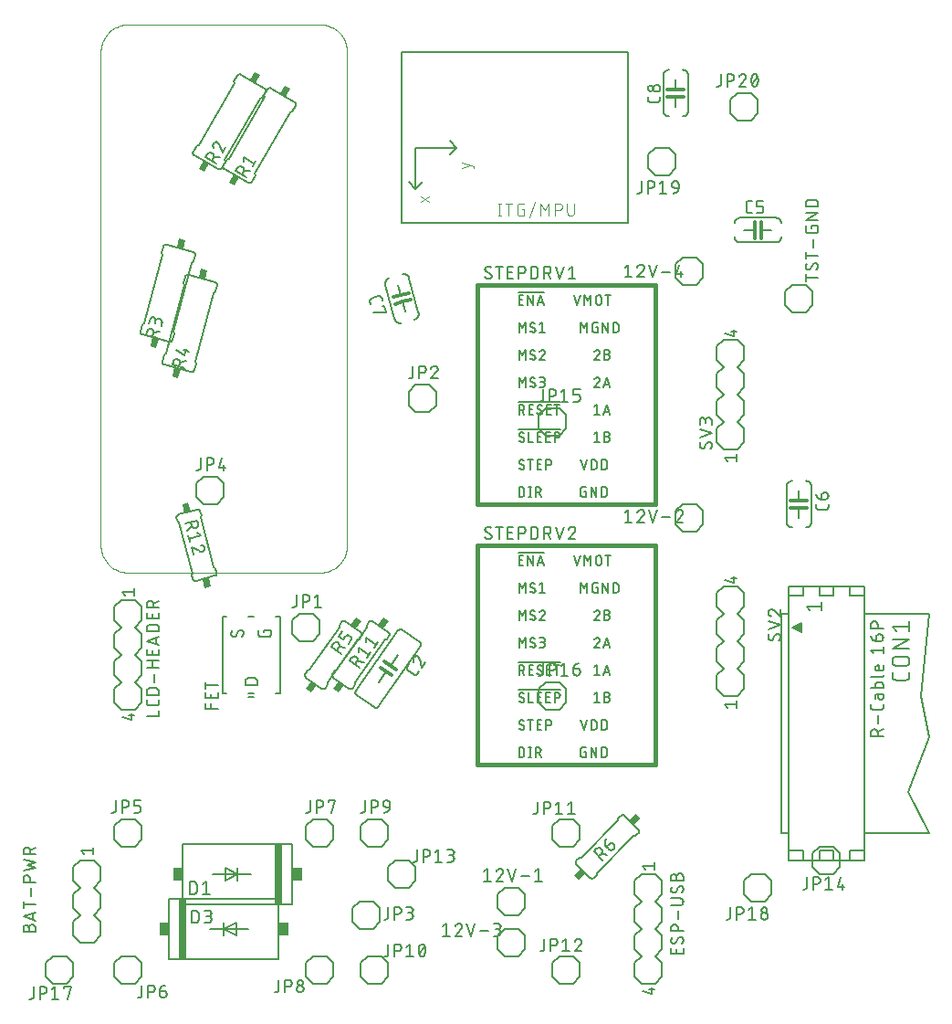
<source format=gbr>
G04 EAGLE Gerber RS-274X export*
G75*
%MOIN*%
%FSLAX34Y34*%
%LPD*%
%INSilkscreen Top*%
%IPPOS*%
%AMOC8*
5,1,8,0,0,1.08239X$1,22.5*%
G01*
%ADD10C,0.006000*%
%ADD11C,0.005000*%
%ADD12C,0.016000*%
%ADD13C,0.000000*%
%ADD14R,0.034000X0.024000*%
%ADD15C,0.012000*%
%ADD16R,0.030000X0.220000*%
%ADD17R,0.035000X0.050000*%
%ADD18R,0.010000X0.020000*%
%ADD19R,0.005000X0.015000*%
%ADD20R,0.010000X0.010000*%
%ADD21C,0.007000*%
%ADD22C,0.004000*%


D10*
X5000Y15250D02*
X5000Y14750D01*
X4750Y14500D01*
X4250Y14500D02*
X4000Y14750D01*
X4750Y14500D02*
X5000Y14250D01*
X5000Y13750D01*
X4750Y13500D01*
X4250Y13500D02*
X4000Y13750D01*
X4000Y14250D01*
X4250Y14500D01*
X4250Y15500D02*
X4750Y15500D01*
X5000Y15250D01*
X4250Y15500D02*
X4000Y15250D01*
X4000Y14750D01*
X4750Y13500D02*
X5000Y13250D01*
X5000Y12750D01*
X4750Y12500D01*
X4250Y12500D02*
X4000Y12750D01*
X4000Y13250D01*
X4250Y13500D01*
X5000Y12250D02*
X5000Y11750D01*
X4750Y11500D01*
X4250Y11500D01*
X4000Y11750D01*
X4750Y12500D02*
X5000Y12250D01*
X4250Y12500D02*
X4000Y12250D01*
X4000Y11750D01*
D11*
X4375Y15675D02*
X4275Y15800D01*
X4725Y15800D01*
X4725Y15675D02*
X4725Y15925D01*
X4275Y11225D02*
X4625Y11125D01*
X4625Y11375D01*
X4525Y11300D02*
X4725Y11300D01*
X5175Y11278D02*
X5625Y11278D01*
X5625Y11478D01*
X5625Y11750D02*
X5625Y11850D01*
X5625Y11750D02*
X5623Y11733D01*
X5619Y11716D01*
X5612Y11700D01*
X5602Y11686D01*
X5589Y11673D01*
X5575Y11663D01*
X5559Y11656D01*
X5542Y11652D01*
X5525Y11650D01*
X5275Y11650D01*
X5258Y11652D01*
X5241Y11656D01*
X5225Y11663D01*
X5211Y11673D01*
X5198Y11686D01*
X5188Y11700D01*
X5181Y11716D01*
X5177Y11733D01*
X5175Y11750D01*
X5175Y11850D01*
X5175Y12042D02*
X5625Y12042D01*
X5175Y12042D02*
X5175Y12167D01*
X5177Y12187D01*
X5181Y12206D01*
X5189Y12224D01*
X5199Y12240D01*
X5212Y12255D01*
X5227Y12268D01*
X5243Y12278D01*
X5261Y12286D01*
X5280Y12290D01*
X5300Y12292D01*
X5500Y12292D01*
X5520Y12290D01*
X5539Y12286D01*
X5557Y12278D01*
X5573Y12268D01*
X5588Y12255D01*
X5601Y12240D01*
X5611Y12224D01*
X5619Y12206D01*
X5623Y12187D01*
X5625Y12167D01*
X5625Y12042D01*
X5450Y12512D02*
X5450Y12812D01*
X5625Y13032D02*
X5175Y13032D01*
X5375Y13032D02*
X5375Y13282D01*
X5175Y13282D02*
X5625Y13282D01*
X5625Y13513D02*
X5625Y13713D01*
X5625Y13513D02*
X5175Y13513D01*
X5175Y13713D01*
X5375Y13663D02*
X5375Y13513D01*
X5625Y13862D02*
X5175Y14012D01*
X5625Y14162D01*
X5513Y14124D02*
X5513Y13899D01*
X5625Y14352D02*
X5175Y14352D01*
X5175Y14477D01*
X5177Y14497D01*
X5181Y14516D01*
X5189Y14534D01*
X5199Y14550D01*
X5212Y14565D01*
X5227Y14578D01*
X5243Y14588D01*
X5261Y14596D01*
X5280Y14600D01*
X5300Y14602D01*
X5500Y14602D01*
X5520Y14600D01*
X5539Y14596D01*
X5557Y14588D01*
X5573Y14578D01*
X5588Y14565D01*
X5601Y14550D01*
X5611Y14534D01*
X5619Y14516D01*
X5623Y14497D01*
X5625Y14477D01*
X5625Y14352D01*
X5625Y14833D02*
X5625Y15033D01*
X5625Y14833D02*
X5175Y14833D01*
X5175Y15033D01*
X5375Y14983D02*
X5375Y14833D01*
X5175Y15225D02*
X5625Y15225D01*
X5175Y15225D02*
X5175Y15350D01*
X5177Y15371D01*
X5182Y15391D01*
X5190Y15409D01*
X5201Y15427D01*
X5215Y15442D01*
X5232Y15455D01*
X5250Y15464D01*
X5269Y15471D01*
X5290Y15475D01*
X5310Y15475D01*
X5331Y15471D01*
X5350Y15464D01*
X5368Y15455D01*
X5385Y15442D01*
X5399Y15427D01*
X5410Y15409D01*
X5418Y15391D01*
X5423Y15371D01*
X5425Y15350D01*
X5425Y15225D01*
X5425Y15375D02*
X5625Y15475D01*
D12*
X17250Y27000D02*
X23750Y27000D01*
X23750Y19000D01*
X17250Y19000D01*
X17250Y27000D01*
D11*
X18775Y25625D02*
X18775Y25275D01*
X18892Y25431D02*
X18775Y25625D01*
X18892Y25431D02*
X19008Y25625D01*
X19008Y25275D01*
X19295Y25275D02*
X19310Y25276D01*
X19325Y25281D01*
X19338Y25288D01*
X19350Y25298D01*
X19360Y25310D01*
X19367Y25323D01*
X19372Y25338D01*
X19373Y25353D01*
X19295Y25275D02*
X19273Y25276D01*
X19252Y25281D01*
X19232Y25288D01*
X19213Y25297D01*
X19195Y25309D01*
X19179Y25324D01*
X19188Y25547D02*
X19189Y25562D01*
X19194Y25577D01*
X19201Y25590D01*
X19211Y25602D01*
X19223Y25612D01*
X19236Y25619D01*
X19251Y25624D01*
X19266Y25625D01*
X19289Y25623D01*
X19312Y25618D01*
X19334Y25608D01*
X19354Y25596D01*
X19227Y25479D02*
X19214Y25489D01*
X19203Y25501D01*
X19195Y25515D01*
X19190Y25531D01*
X19188Y25547D01*
X19334Y25421D02*
X19347Y25411D01*
X19358Y25399D01*
X19366Y25385D01*
X19371Y25369D01*
X19373Y25353D01*
X19334Y25421D02*
X19227Y25479D01*
X19526Y25547D02*
X19624Y25625D01*
X19624Y25275D01*
X19721Y25275D02*
X19526Y25275D01*
X18775Y24625D02*
X18775Y24275D01*
X18892Y24431D02*
X18775Y24625D01*
X18892Y24431D02*
X19008Y24625D01*
X19008Y24275D01*
X19295Y24275D02*
X19310Y24276D01*
X19325Y24281D01*
X19338Y24288D01*
X19350Y24298D01*
X19360Y24310D01*
X19367Y24323D01*
X19372Y24338D01*
X19373Y24353D01*
X19295Y24275D02*
X19273Y24276D01*
X19252Y24281D01*
X19232Y24288D01*
X19213Y24297D01*
X19195Y24309D01*
X19179Y24324D01*
X19188Y24547D02*
X19189Y24562D01*
X19194Y24577D01*
X19201Y24590D01*
X19211Y24602D01*
X19223Y24612D01*
X19236Y24619D01*
X19251Y24624D01*
X19266Y24625D01*
X19289Y24623D01*
X19312Y24618D01*
X19334Y24608D01*
X19354Y24596D01*
X19227Y24479D02*
X19214Y24489D01*
X19203Y24501D01*
X19195Y24515D01*
X19190Y24531D01*
X19188Y24547D01*
X19334Y24421D02*
X19347Y24411D01*
X19358Y24399D01*
X19366Y24385D01*
X19371Y24369D01*
X19373Y24353D01*
X19334Y24421D02*
X19227Y24479D01*
X19633Y24626D02*
X19650Y24624D01*
X19667Y24619D01*
X19682Y24611D01*
X19695Y24600D01*
X19706Y24587D01*
X19714Y24572D01*
X19719Y24555D01*
X19721Y24538D01*
X19633Y24625D02*
X19613Y24623D01*
X19594Y24618D01*
X19576Y24609D01*
X19559Y24597D01*
X19545Y24583D01*
X19534Y24566D01*
X19526Y24548D01*
X19692Y24470D02*
X19704Y24484D01*
X19713Y24501D01*
X19719Y24519D01*
X19721Y24538D01*
X19692Y24469D02*
X19526Y24275D01*
X19721Y24275D01*
X18775Y23625D02*
X18775Y23275D01*
X18892Y23431D02*
X18775Y23625D01*
X18892Y23431D02*
X19008Y23625D01*
X19008Y23275D01*
X19295Y23275D02*
X19310Y23276D01*
X19325Y23281D01*
X19338Y23288D01*
X19350Y23298D01*
X19360Y23310D01*
X19367Y23323D01*
X19372Y23338D01*
X19373Y23353D01*
X19295Y23275D02*
X19273Y23276D01*
X19252Y23281D01*
X19232Y23288D01*
X19213Y23297D01*
X19195Y23309D01*
X19179Y23324D01*
X19188Y23547D02*
X19189Y23562D01*
X19194Y23577D01*
X19201Y23590D01*
X19211Y23602D01*
X19223Y23612D01*
X19236Y23619D01*
X19251Y23624D01*
X19266Y23625D01*
X19289Y23623D01*
X19312Y23618D01*
X19334Y23608D01*
X19354Y23596D01*
X19227Y23479D02*
X19214Y23489D01*
X19203Y23501D01*
X19195Y23515D01*
X19190Y23531D01*
X19188Y23547D01*
X19334Y23421D02*
X19347Y23411D01*
X19358Y23399D01*
X19366Y23385D01*
X19371Y23369D01*
X19373Y23353D01*
X19334Y23421D02*
X19227Y23479D01*
X19526Y23275D02*
X19624Y23275D01*
X19642Y23277D01*
X19659Y23282D01*
X19675Y23290D01*
X19689Y23300D01*
X19701Y23314D01*
X19711Y23329D01*
X19717Y23345D01*
X19721Y23363D01*
X19721Y23381D01*
X19717Y23399D01*
X19711Y23415D01*
X19701Y23430D01*
X19689Y23444D01*
X19675Y23454D01*
X19659Y23462D01*
X19642Y23467D01*
X19624Y23469D01*
X19643Y23625D02*
X19526Y23625D01*
X19643Y23625D02*
X19659Y23623D01*
X19675Y23618D01*
X19689Y23610D01*
X19701Y23599D01*
X19711Y23586D01*
X19717Y23571D01*
X19721Y23555D01*
X19721Y23539D01*
X19717Y23523D01*
X19711Y23508D01*
X19701Y23495D01*
X19689Y23484D01*
X19675Y23476D01*
X19659Y23471D01*
X19643Y23469D01*
X19565Y23469D01*
X20287Y22725D02*
X18750Y22725D01*
X18775Y22625D02*
X18775Y22275D01*
X18775Y22625D02*
X18872Y22625D01*
X18890Y22623D01*
X18907Y22618D01*
X18923Y22610D01*
X18937Y22600D01*
X18949Y22586D01*
X18959Y22571D01*
X18965Y22555D01*
X18969Y22537D01*
X18969Y22519D01*
X18965Y22501D01*
X18959Y22485D01*
X18949Y22470D01*
X18937Y22456D01*
X18923Y22446D01*
X18907Y22438D01*
X18890Y22433D01*
X18872Y22431D01*
X18775Y22431D01*
X18892Y22431D02*
X18969Y22275D01*
X19145Y22275D02*
X19300Y22275D01*
X19145Y22275D02*
X19145Y22625D01*
X19300Y22625D01*
X19262Y22469D02*
X19145Y22469D01*
X19549Y22275D02*
X19564Y22276D01*
X19579Y22281D01*
X19592Y22288D01*
X19604Y22298D01*
X19614Y22310D01*
X19621Y22323D01*
X19626Y22338D01*
X19627Y22353D01*
X19549Y22275D02*
X19527Y22276D01*
X19506Y22281D01*
X19486Y22288D01*
X19467Y22297D01*
X19449Y22309D01*
X19433Y22324D01*
X19442Y22547D02*
X19443Y22562D01*
X19448Y22577D01*
X19455Y22590D01*
X19465Y22602D01*
X19477Y22612D01*
X19490Y22619D01*
X19505Y22624D01*
X19520Y22625D01*
X19543Y22623D01*
X19566Y22618D01*
X19588Y22608D01*
X19608Y22596D01*
X19481Y22479D02*
X19468Y22489D01*
X19457Y22501D01*
X19449Y22515D01*
X19444Y22531D01*
X19442Y22547D01*
X19587Y22421D02*
X19600Y22411D01*
X19611Y22399D01*
X19619Y22385D01*
X19624Y22369D01*
X19626Y22353D01*
X19588Y22421D02*
X19481Y22479D01*
X19793Y22275D02*
X19948Y22275D01*
X19793Y22275D02*
X19793Y22625D01*
X19948Y22625D01*
X19910Y22469D02*
X19793Y22469D01*
X20165Y22625D02*
X20165Y22275D01*
X20068Y22625D02*
X20262Y22625D01*
X20297Y21725D02*
X18750Y21725D01*
X18970Y21353D02*
X18969Y21338D01*
X18964Y21323D01*
X18957Y21310D01*
X18947Y21298D01*
X18935Y21288D01*
X18922Y21281D01*
X18907Y21276D01*
X18892Y21275D01*
X18870Y21276D01*
X18849Y21281D01*
X18829Y21288D01*
X18810Y21297D01*
X18792Y21309D01*
X18776Y21324D01*
X18785Y21547D02*
X18786Y21562D01*
X18791Y21577D01*
X18798Y21590D01*
X18808Y21602D01*
X18820Y21612D01*
X18833Y21619D01*
X18848Y21624D01*
X18863Y21625D01*
X18886Y21623D01*
X18909Y21618D01*
X18931Y21608D01*
X18951Y21596D01*
X18824Y21479D02*
X18811Y21489D01*
X18800Y21501D01*
X18792Y21515D01*
X18787Y21531D01*
X18785Y21547D01*
X18930Y21421D02*
X18943Y21411D01*
X18954Y21399D01*
X18962Y21385D01*
X18967Y21369D01*
X18969Y21353D01*
X18931Y21421D02*
X18824Y21479D01*
X19136Y21625D02*
X19136Y21275D01*
X19291Y21275D01*
X19448Y21275D02*
X19603Y21275D01*
X19448Y21275D02*
X19448Y21625D01*
X19603Y21625D01*
X19565Y21469D02*
X19448Y21469D01*
X19760Y21275D02*
X19915Y21275D01*
X19760Y21275D02*
X19760Y21625D01*
X19915Y21625D01*
X19877Y21469D02*
X19760Y21469D01*
X20078Y21625D02*
X20078Y21275D01*
X20078Y21625D02*
X20175Y21625D01*
X20193Y21623D01*
X20210Y21618D01*
X20226Y21610D01*
X20240Y21600D01*
X20252Y21586D01*
X20262Y21571D01*
X20268Y21555D01*
X20272Y21537D01*
X20272Y21519D01*
X20268Y21501D01*
X20262Y21485D01*
X20252Y21470D01*
X20240Y21456D01*
X20226Y21446D01*
X20210Y21438D01*
X20193Y21433D01*
X20175Y21431D01*
X20078Y21431D01*
X18970Y20353D02*
X18969Y20338D01*
X18964Y20323D01*
X18957Y20310D01*
X18947Y20298D01*
X18935Y20288D01*
X18922Y20281D01*
X18907Y20276D01*
X18892Y20275D01*
X18870Y20276D01*
X18849Y20281D01*
X18829Y20288D01*
X18810Y20297D01*
X18792Y20309D01*
X18776Y20324D01*
X18785Y20547D02*
X18786Y20562D01*
X18791Y20577D01*
X18798Y20590D01*
X18808Y20602D01*
X18820Y20612D01*
X18833Y20619D01*
X18848Y20624D01*
X18863Y20625D01*
X18886Y20623D01*
X18909Y20618D01*
X18931Y20608D01*
X18951Y20596D01*
X18824Y20479D02*
X18811Y20489D01*
X18800Y20501D01*
X18792Y20515D01*
X18787Y20531D01*
X18785Y20547D01*
X18930Y20421D02*
X18943Y20411D01*
X18954Y20399D01*
X18962Y20385D01*
X18967Y20369D01*
X18969Y20353D01*
X18931Y20421D02*
X18824Y20479D01*
X19196Y20625D02*
X19196Y20275D01*
X19099Y20625D02*
X19293Y20625D01*
X19448Y20275D02*
X19603Y20275D01*
X19448Y20275D02*
X19448Y20625D01*
X19603Y20625D01*
X19565Y20469D02*
X19448Y20469D01*
X19766Y20625D02*
X19766Y20275D01*
X19766Y20625D02*
X19863Y20625D01*
X19881Y20623D01*
X19898Y20618D01*
X19914Y20610D01*
X19928Y20600D01*
X19940Y20586D01*
X19950Y20571D01*
X19956Y20555D01*
X19960Y20537D01*
X19960Y20519D01*
X19956Y20501D01*
X19950Y20485D01*
X19940Y20470D01*
X19928Y20456D01*
X19914Y20446D01*
X19898Y20438D01*
X19881Y20433D01*
X19863Y20431D01*
X19766Y20431D01*
X18775Y19625D02*
X18775Y19275D01*
X18775Y19625D02*
X18872Y19625D01*
X18889Y19624D01*
X18905Y19619D01*
X18921Y19612D01*
X18934Y19602D01*
X18946Y19590D01*
X18956Y19577D01*
X18963Y19561D01*
X18968Y19545D01*
X18969Y19528D01*
X18969Y19372D01*
X18968Y19355D01*
X18963Y19339D01*
X18956Y19324D01*
X18946Y19310D01*
X18934Y19298D01*
X18921Y19288D01*
X18905Y19281D01*
X18889Y19276D01*
X18872Y19275D01*
X18775Y19275D01*
X19172Y19275D02*
X19172Y19625D01*
X19133Y19275D02*
X19211Y19275D01*
X19211Y19625D02*
X19133Y19625D01*
X19378Y19625D02*
X19378Y19275D01*
X19378Y19625D02*
X19475Y19625D01*
X19493Y19623D01*
X19510Y19618D01*
X19526Y19610D01*
X19540Y19600D01*
X19552Y19586D01*
X19562Y19571D01*
X19568Y19555D01*
X19572Y19537D01*
X19572Y19519D01*
X19568Y19501D01*
X19562Y19485D01*
X19552Y19470D01*
X19540Y19456D01*
X19526Y19446D01*
X19510Y19438D01*
X19493Y19433D01*
X19475Y19431D01*
X19378Y19431D01*
X19495Y19431D02*
X19572Y19275D01*
X19697Y26725D02*
X18750Y26725D01*
X18775Y26275D02*
X18931Y26275D01*
X18775Y26275D02*
X18775Y26625D01*
X18931Y26625D01*
X18892Y26469D02*
X18775Y26469D01*
X19086Y26625D02*
X19086Y26275D01*
X19281Y26275D02*
X19086Y26625D01*
X19281Y26625D02*
X19281Y26275D01*
X19439Y26275D02*
X19555Y26625D01*
X19672Y26275D01*
X19643Y26363D02*
X19468Y26363D01*
X20775Y26625D02*
X20892Y26275D01*
X21008Y26625D01*
X21171Y26625D02*
X21171Y26275D01*
X21288Y26431D02*
X21171Y26625D01*
X21288Y26431D02*
X21404Y26625D01*
X21404Y26275D01*
X21586Y26372D02*
X21586Y26528D01*
X21587Y26528D02*
X21589Y26546D01*
X21594Y26563D01*
X21602Y26579D01*
X21612Y26593D01*
X21626Y26605D01*
X21641Y26615D01*
X21657Y26621D01*
X21675Y26625D01*
X21693Y26625D01*
X21711Y26621D01*
X21727Y26615D01*
X21742Y26605D01*
X21756Y26593D01*
X21766Y26579D01*
X21774Y26563D01*
X21779Y26546D01*
X21781Y26528D01*
X21781Y26372D01*
X21779Y26354D01*
X21774Y26337D01*
X21766Y26321D01*
X21756Y26307D01*
X21742Y26295D01*
X21727Y26285D01*
X21711Y26279D01*
X21693Y26275D01*
X21675Y26275D01*
X21657Y26279D01*
X21641Y26285D01*
X21626Y26295D01*
X21612Y26307D01*
X21602Y26321D01*
X21594Y26337D01*
X21589Y26354D01*
X21587Y26372D01*
X22020Y26275D02*
X22020Y26625D01*
X22117Y26625D02*
X21922Y26625D01*
X21025Y25625D02*
X21025Y25275D01*
X21142Y25431D02*
X21025Y25625D01*
X21142Y25431D02*
X21258Y25625D01*
X21258Y25275D01*
X21589Y25469D02*
X21647Y25469D01*
X21647Y25275D01*
X21530Y25275D01*
X21515Y25276D01*
X21500Y25281D01*
X21487Y25288D01*
X21475Y25298D01*
X21465Y25310D01*
X21458Y25323D01*
X21453Y25338D01*
X21452Y25353D01*
X21452Y25547D01*
X21454Y25564D01*
X21460Y25581D01*
X21469Y25596D01*
X21481Y25608D01*
X21496Y25617D01*
X21513Y25623D01*
X21530Y25625D01*
X21647Y25625D01*
X21836Y25625D02*
X21836Y25275D01*
X22031Y25275D02*
X21836Y25625D01*
X22031Y25625D02*
X22031Y25275D01*
X22220Y25275D02*
X22220Y25625D01*
X22318Y25625D01*
X22335Y25624D01*
X22351Y25619D01*
X22367Y25612D01*
X22380Y25602D01*
X22392Y25590D01*
X22402Y25577D01*
X22409Y25561D01*
X22414Y25545D01*
X22415Y25528D01*
X22415Y25372D01*
X22414Y25355D01*
X22409Y25339D01*
X22402Y25324D01*
X22392Y25310D01*
X22380Y25298D01*
X22367Y25288D01*
X22351Y25281D01*
X22335Y25276D01*
X22318Y25275D01*
X22220Y25275D01*
X21219Y19469D02*
X21161Y19469D01*
X21219Y19469D02*
X21219Y19275D01*
X21103Y19275D01*
X21088Y19276D01*
X21073Y19281D01*
X21060Y19288D01*
X21048Y19298D01*
X21038Y19310D01*
X21031Y19323D01*
X21026Y19338D01*
X21025Y19353D01*
X21025Y19547D01*
X21027Y19564D01*
X21033Y19581D01*
X21042Y19596D01*
X21054Y19608D01*
X21069Y19617D01*
X21086Y19623D01*
X21103Y19625D01*
X21219Y19625D01*
X21409Y19625D02*
X21409Y19275D01*
X21603Y19275D02*
X21409Y19625D01*
X21603Y19625D02*
X21603Y19275D01*
X21793Y19275D02*
X21793Y19625D01*
X21890Y19625D01*
X21907Y19624D01*
X21923Y19619D01*
X21939Y19612D01*
X21952Y19602D01*
X21964Y19590D01*
X21974Y19577D01*
X21981Y19561D01*
X21986Y19545D01*
X21987Y19528D01*
X21987Y19372D01*
X21986Y19355D01*
X21981Y19339D01*
X21974Y19324D01*
X21964Y19310D01*
X21952Y19298D01*
X21939Y19288D01*
X21923Y19281D01*
X21907Y19276D01*
X21890Y19275D01*
X21793Y19275D01*
X21142Y20275D02*
X21025Y20625D01*
X21258Y20625D02*
X21142Y20275D01*
X21416Y20275D02*
X21416Y20625D01*
X21514Y20625D01*
X21531Y20624D01*
X21547Y20619D01*
X21563Y20612D01*
X21576Y20602D01*
X21588Y20590D01*
X21598Y20577D01*
X21605Y20561D01*
X21610Y20545D01*
X21611Y20528D01*
X21611Y20372D01*
X21610Y20355D01*
X21605Y20339D01*
X21598Y20324D01*
X21588Y20310D01*
X21576Y20298D01*
X21563Y20288D01*
X21547Y20281D01*
X21531Y20276D01*
X21514Y20275D01*
X21416Y20275D01*
X21800Y20275D02*
X21800Y20625D01*
X21898Y20625D01*
X21915Y20624D01*
X21931Y20619D01*
X21947Y20612D01*
X21960Y20602D01*
X21972Y20590D01*
X21982Y20577D01*
X21989Y20561D01*
X21994Y20545D01*
X21995Y20528D01*
X21995Y20372D01*
X21994Y20355D01*
X21989Y20339D01*
X21982Y20324D01*
X21972Y20310D01*
X21960Y20298D01*
X21947Y20288D01*
X21931Y20281D01*
X21915Y20276D01*
X21898Y20275D01*
X21800Y20275D01*
X21720Y23538D02*
X21718Y23555D01*
X21713Y23572D01*
X21705Y23587D01*
X21694Y23600D01*
X21681Y23611D01*
X21666Y23619D01*
X21649Y23624D01*
X21632Y23626D01*
X21632Y23625D02*
X21612Y23623D01*
X21593Y23618D01*
X21575Y23609D01*
X21558Y23597D01*
X21544Y23583D01*
X21533Y23566D01*
X21525Y23548D01*
X21690Y23470D02*
X21702Y23484D01*
X21711Y23501D01*
X21717Y23519D01*
X21719Y23538D01*
X21690Y23469D02*
X21525Y23275D01*
X21719Y23275D01*
X21866Y23275D02*
X21982Y23625D01*
X22099Y23275D01*
X22070Y23363D02*
X21895Y23363D01*
X21622Y22625D02*
X21525Y22547D01*
X21622Y22625D02*
X21622Y22275D01*
X21525Y22275D02*
X21719Y22275D01*
X21866Y22275D02*
X21982Y22625D01*
X22099Y22275D01*
X22070Y22363D02*
X21895Y22363D01*
X21622Y21625D02*
X21525Y21547D01*
X21622Y21625D02*
X21622Y21275D01*
X21525Y21275D02*
X21719Y21275D01*
X21904Y21469D02*
X22001Y21469D01*
X22019Y21467D01*
X22036Y21462D01*
X22052Y21454D01*
X22066Y21444D01*
X22078Y21430D01*
X22088Y21415D01*
X22094Y21399D01*
X22098Y21381D01*
X22098Y21363D01*
X22094Y21345D01*
X22088Y21329D01*
X22078Y21314D01*
X22066Y21300D01*
X22052Y21290D01*
X22036Y21282D01*
X22019Y21277D01*
X22001Y21275D01*
X21904Y21275D01*
X21904Y21625D01*
X22001Y21625D01*
X22017Y21623D01*
X22033Y21618D01*
X22047Y21610D01*
X22059Y21599D01*
X22069Y21586D01*
X22075Y21571D01*
X22079Y21555D01*
X22079Y21539D01*
X22075Y21523D01*
X22069Y21508D01*
X22059Y21495D01*
X22047Y21484D01*
X22033Y21476D01*
X22017Y21471D01*
X22001Y21469D01*
X21720Y24538D02*
X21718Y24555D01*
X21713Y24572D01*
X21705Y24587D01*
X21694Y24600D01*
X21681Y24611D01*
X21666Y24619D01*
X21649Y24624D01*
X21632Y24626D01*
X21632Y24625D02*
X21612Y24623D01*
X21593Y24618D01*
X21575Y24609D01*
X21558Y24597D01*
X21544Y24583D01*
X21533Y24566D01*
X21525Y24548D01*
X21690Y24470D02*
X21702Y24484D01*
X21711Y24501D01*
X21717Y24519D01*
X21719Y24538D01*
X21690Y24469D02*
X21525Y24275D01*
X21719Y24275D01*
X21904Y24469D02*
X22001Y24469D01*
X22019Y24467D01*
X22036Y24462D01*
X22052Y24454D01*
X22066Y24444D01*
X22078Y24430D01*
X22088Y24415D01*
X22094Y24399D01*
X22098Y24381D01*
X22098Y24363D01*
X22094Y24345D01*
X22088Y24329D01*
X22078Y24314D01*
X22066Y24300D01*
X22052Y24290D01*
X22036Y24282D01*
X22019Y24277D01*
X22001Y24275D01*
X21904Y24275D01*
X21904Y24625D01*
X22001Y24625D01*
X22017Y24623D01*
X22033Y24618D01*
X22047Y24610D01*
X22059Y24599D01*
X22069Y24586D01*
X22075Y24571D01*
X22079Y24555D01*
X22079Y24539D01*
X22075Y24523D01*
X22069Y24508D01*
X22059Y24495D01*
X22047Y24484D01*
X22033Y24476D01*
X22017Y24471D01*
X22001Y24469D01*
X17775Y27325D02*
X17773Y27308D01*
X17769Y27291D01*
X17762Y27275D01*
X17752Y27261D01*
X17739Y27248D01*
X17725Y27238D01*
X17709Y27231D01*
X17692Y27227D01*
X17675Y27225D01*
X17647Y27227D01*
X17620Y27232D01*
X17594Y27241D01*
X17569Y27254D01*
X17546Y27269D01*
X17525Y27287D01*
X17538Y27575D02*
X17540Y27592D01*
X17544Y27609D01*
X17551Y27625D01*
X17561Y27639D01*
X17574Y27652D01*
X17588Y27662D01*
X17604Y27669D01*
X17621Y27673D01*
X17638Y27675D01*
X17638Y27676D02*
X17662Y27674D01*
X17686Y27670D01*
X17709Y27662D01*
X17731Y27652D01*
X17751Y27638D01*
X17587Y27487D02*
X17573Y27497D01*
X17560Y27510D01*
X17550Y27524D01*
X17543Y27540D01*
X17539Y27557D01*
X17537Y27575D01*
X17725Y27413D02*
X17739Y27403D01*
X17752Y27390D01*
X17762Y27376D01*
X17769Y27360D01*
X17773Y27343D01*
X17775Y27325D01*
X17725Y27413D02*
X17588Y27488D01*
X18055Y27675D02*
X18055Y27225D01*
X17930Y27675D02*
X18180Y27675D01*
X18366Y27225D02*
X18566Y27225D01*
X18366Y27225D02*
X18366Y27675D01*
X18566Y27675D01*
X18516Y27475D02*
X18366Y27475D01*
X18762Y27675D02*
X18762Y27225D01*
X18762Y27675D02*
X18887Y27675D01*
X18908Y27673D01*
X18928Y27668D01*
X18946Y27660D01*
X18964Y27649D01*
X18979Y27635D01*
X18992Y27618D01*
X19001Y27600D01*
X19008Y27581D01*
X19012Y27560D01*
X19012Y27540D01*
X19008Y27519D01*
X19001Y27500D01*
X18992Y27482D01*
X18979Y27465D01*
X18964Y27451D01*
X18946Y27440D01*
X18928Y27432D01*
X18908Y27427D01*
X18887Y27425D01*
X18762Y27425D01*
X19205Y27225D02*
X19205Y27675D01*
X19330Y27675D01*
X19350Y27673D01*
X19369Y27669D01*
X19387Y27661D01*
X19403Y27651D01*
X19418Y27638D01*
X19431Y27623D01*
X19441Y27607D01*
X19449Y27589D01*
X19453Y27570D01*
X19455Y27550D01*
X19455Y27350D01*
X19453Y27330D01*
X19449Y27311D01*
X19441Y27293D01*
X19431Y27277D01*
X19418Y27262D01*
X19403Y27249D01*
X19387Y27239D01*
X19369Y27231D01*
X19350Y27227D01*
X19330Y27225D01*
X19205Y27225D01*
X19688Y27225D02*
X19688Y27675D01*
X19813Y27675D01*
X19834Y27673D01*
X19854Y27668D01*
X19872Y27660D01*
X19890Y27649D01*
X19905Y27635D01*
X19918Y27618D01*
X19927Y27600D01*
X19934Y27581D01*
X19938Y27560D01*
X19938Y27540D01*
X19934Y27519D01*
X19927Y27500D01*
X19918Y27482D01*
X19905Y27465D01*
X19890Y27451D01*
X19872Y27440D01*
X19854Y27432D01*
X19834Y27427D01*
X19813Y27425D01*
X19688Y27425D01*
X19838Y27425D02*
X19938Y27225D01*
X20260Y27225D02*
X20110Y27675D01*
X20410Y27675D02*
X20260Y27225D01*
X20585Y27575D02*
X20710Y27675D01*
X20710Y27225D01*
X20585Y27225D02*
X20835Y27225D01*
D12*
X23750Y17500D02*
X17250Y17500D01*
X23750Y17500D02*
X23750Y9500D01*
X17250Y9500D01*
X17250Y17500D01*
D11*
X18775Y16125D02*
X18775Y15775D01*
X18892Y15931D02*
X18775Y16125D01*
X18892Y15931D02*
X19008Y16125D01*
X19008Y15775D01*
X19295Y15775D02*
X19310Y15776D01*
X19325Y15781D01*
X19338Y15788D01*
X19350Y15798D01*
X19360Y15810D01*
X19367Y15823D01*
X19372Y15838D01*
X19373Y15853D01*
X19295Y15775D02*
X19273Y15776D01*
X19252Y15781D01*
X19232Y15788D01*
X19213Y15797D01*
X19195Y15809D01*
X19179Y15824D01*
X19188Y16047D02*
X19189Y16062D01*
X19194Y16077D01*
X19201Y16090D01*
X19211Y16102D01*
X19223Y16112D01*
X19236Y16119D01*
X19251Y16124D01*
X19266Y16125D01*
X19289Y16123D01*
X19312Y16118D01*
X19334Y16108D01*
X19354Y16096D01*
X19227Y15979D02*
X19214Y15989D01*
X19203Y16001D01*
X19195Y16015D01*
X19190Y16031D01*
X19188Y16047D01*
X19334Y15921D02*
X19347Y15911D01*
X19358Y15899D01*
X19366Y15885D01*
X19371Y15869D01*
X19373Y15853D01*
X19334Y15921D02*
X19227Y15979D01*
X19526Y16047D02*
X19624Y16125D01*
X19624Y15775D01*
X19721Y15775D02*
X19526Y15775D01*
X18775Y15125D02*
X18775Y14775D01*
X18892Y14931D02*
X18775Y15125D01*
X18892Y14931D02*
X19008Y15125D01*
X19008Y14775D01*
X19295Y14775D02*
X19310Y14776D01*
X19325Y14781D01*
X19338Y14788D01*
X19350Y14798D01*
X19360Y14810D01*
X19367Y14823D01*
X19372Y14838D01*
X19373Y14853D01*
X19295Y14775D02*
X19273Y14776D01*
X19252Y14781D01*
X19232Y14788D01*
X19213Y14797D01*
X19195Y14809D01*
X19179Y14824D01*
X19188Y15047D02*
X19189Y15062D01*
X19194Y15077D01*
X19201Y15090D01*
X19211Y15102D01*
X19223Y15112D01*
X19236Y15119D01*
X19251Y15124D01*
X19266Y15125D01*
X19289Y15123D01*
X19312Y15118D01*
X19334Y15108D01*
X19354Y15096D01*
X19227Y14979D02*
X19214Y14989D01*
X19203Y15001D01*
X19195Y15015D01*
X19190Y15031D01*
X19188Y15047D01*
X19334Y14921D02*
X19347Y14911D01*
X19358Y14899D01*
X19366Y14885D01*
X19371Y14869D01*
X19373Y14853D01*
X19334Y14921D02*
X19227Y14979D01*
X19633Y15126D02*
X19650Y15124D01*
X19667Y15119D01*
X19682Y15111D01*
X19695Y15100D01*
X19706Y15087D01*
X19714Y15072D01*
X19719Y15055D01*
X19721Y15038D01*
X19633Y15125D02*
X19613Y15123D01*
X19594Y15118D01*
X19576Y15109D01*
X19559Y15097D01*
X19545Y15083D01*
X19534Y15066D01*
X19526Y15048D01*
X19692Y14970D02*
X19704Y14984D01*
X19713Y15001D01*
X19719Y15019D01*
X19721Y15038D01*
X19692Y14969D02*
X19526Y14775D01*
X19721Y14775D01*
X18775Y14125D02*
X18775Y13775D01*
X18892Y13931D02*
X18775Y14125D01*
X18892Y13931D02*
X19008Y14125D01*
X19008Y13775D01*
X19295Y13775D02*
X19310Y13776D01*
X19325Y13781D01*
X19338Y13788D01*
X19350Y13798D01*
X19360Y13810D01*
X19367Y13823D01*
X19372Y13838D01*
X19373Y13853D01*
X19295Y13775D02*
X19273Y13776D01*
X19252Y13781D01*
X19232Y13788D01*
X19213Y13797D01*
X19195Y13809D01*
X19179Y13824D01*
X19188Y14047D02*
X19189Y14062D01*
X19194Y14077D01*
X19201Y14090D01*
X19211Y14102D01*
X19223Y14112D01*
X19236Y14119D01*
X19251Y14124D01*
X19266Y14125D01*
X19289Y14123D01*
X19312Y14118D01*
X19334Y14108D01*
X19354Y14096D01*
X19227Y13979D02*
X19214Y13989D01*
X19203Y14001D01*
X19195Y14015D01*
X19190Y14031D01*
X19188Y14047D01*
X19334Y13921D02*
X19347Y13911D01*
X19358Y13899D01*
X19366Y13885D01*
X19371Y13869D01*
X19373Y13853D01*
X19334Y13921D02*
X19227Y13979D01*
X19526Y13775D02*
X19624Y13775D01*
X19642Y13777D01*
X19659Y13782D01*
X19675Y13790D01*
X19689Y13800D01*
X19701Y13814D01*
X19711Y13829D01*
X19717Y13845D01*
X19721Y13863D01*
X19721Y13881D01*
X19717Y13899D01*
X19711Y13915D01*
X19701Y13930D01*
X19689Y13944D01*
X19675Y13954D01*
X19659Y13962D01*
X19642Y13967D01*
X19624Y13969D01*
X19643Y14125D02*
X19526Y14125D01*
X19643Y14125D02*
X19659Y14123D01*
X19675Y14118D01*
X19689Y14110D01*
X19701Y14099D01*
X19711Y14086D01*
X19717Y14071D01*
X19721Y14055D01*
X19721Y14039D01*
X19717Y14023D01*
X19711Y14008D01*
X19701Y13995D01*
X19689Y13984D01*
X19675Y13976D01*
X19659Y13971D01*
X19643Y13969D01*
X19565Y13969D01*
X20287Y13225D02*
X18750Y13225D01*
X18775Y13125D02*
X18775Y12775D01*
X18775Y13125D02*
X18872Y13125D01*
X18890Y13123D01*
X18907Y13118D01*
X18923Y13110D01*
X18937Y13100D01*
X18949Y13086D01*
X18959Y13071D01*
X18965Y13055D01*
X18969Y13037D01*
X18969Y13019D01*
X18965Y13001D01*
X18959Y12985D01*
X18949Y12970D01*
X18937Y12956D01*
X18923Y12946D01*
X18907Y12938D01*
X18890Y12933D01*
X18872Y12931D01*
X18775Y12931D01*
X18892Y12931D02*
X18969Y12775D01*
X19145Y12775D02*
X19300Y12775D01*
X19145Y12775D02*
X19145Y13125D01*
X19300Y13125D01*
X19262Y12969D02*
X19145Y12969D01*
X19549Y12775D02*
X19564Y12776D01*
X19579Y12781D01*
X19592Y12788D01*
X19604Y12798D01*
X19614Y12810D01*
X19621Y12823D01*
X19626Y12838D01*
X19627Y12853D01*
X19549Y12775D02*
X19527Y12776D01*
X19506Y12781D01*
X19486Y12788D01*
X19467Y12797D01*
X19449Y12809D01*
X19433Y12824D01*
X19442Y13047D02*
X19443Y13062D01*
X19448Y13077D01*
X19455Y13090D01*
X19465Y13102D01*
X19477Y13112D01*
X19490Y13119D01*
X19505Y13124D01*
X19520Y13125D01*
X19543Y13123D01*
X19566Y13118D01*
X19588Y13108D01*
X19608Y13096D01*
X19481Y12979D02*
X19468Y12989D01*
X19457Y13001D01*
X19449Y13015D01*
X19444Y13031D01*
X19442Y13047D01*
X19587Y12921D02*
X19600Y12911D01*
X19611Y12899D01*
X19619Y12885D01*
X19624Y12869D01*
X19626Y12853D01*
X19588Y12921D02*
X19481Y12979D01*
X19793Y12775D02*
X19948Y12775D01*
X19793Y12775D02*
X19793Y13125D01*
X19948Y13125D01*
X19910Y12969D02*
X19793Y12969D01*
X20165Y13125D02*
X20165Y12775D01*
X20068Y13125D02*
X20262Y13125D01*
X20297Y12225D02*
X18750Y12225D01*
X18970Y11853D02*
X18969Y11838D01*
X18964Y11823D01*
X18957Y11810D01*
X18947Y11798D01*
X18935Y11788D01*
X18922Y11781D01*
X18907Y11776D01*
X18892Y11775D01*
X18870Y11776D01*
X18849Y11781D01*
X18829Y11788D01*
X18810Y11797D01*
X18792Y11809D01*
X18776Y11824D01*
X18785Y12047D02*
X18786Y12062D01*
X18791Y12077D01*
X18798Y12090D01*
X18808Y12102D01*
X18820Y12112D01*
X18833Y12119D01*
X18848Y12124D01*
X18863Y12125D01*
X18886Y12123D01*
X18909Y12118D01*
X18931Y12108D01*
X18951Y12096D01*
X18824Y11979D02*
X18811Y11989D01*
X18800Y12001D01*
X18792Y12015D01*
X18787Y12031D01*
X18785Y12047D01*
X18930Y11921D02*
X18943Y11911D01*
X18954Y11899D01*
X18962Y11885D01*
X18967Y11869D01*
X18969Y11853D01*
X18931Y11921D02*
X18824Y11979D01*
X19136Y12125D02*
X19136Y11775D01*
X19291Y11775D01*
X19448Y11775D02*
X19603Y11775D01*
X19448Y11775D02*
X19448Y12125D01*
X19603Y12125D01*
X19565Y11969D02*
X19448Y11969D01*
X19760Y11775D02*
X19915Y11775D01*
X19760Y11775D02*
X19760Y12125D01*
X19915Y12125D01*
X19877Y11969D02*
X19760Y11969D01*
X20078Y12125D02*
X20078Y11775D01*
X20078Y12125D02*
X20175Y12125D01*
X20193Y12123D01*
X20210Y12118D01*
X20226Y12110D01*
X20240Y12100D01*
X20252Y12086D01*
X20262Y12071D01*
X20268Y12055D01*
X20272Y12037D01*
X20272Y12019D01*
X20268Y12001D01*
X20262Y11985D01*
X20252Y11970D01*
X20240Y11956D01*
X20226Y11946D01*
X20210Y11938D01*
X20193Y11933D01*
X20175Y11931D01*
X20078Y11931D01*
X18970Y10853D02*
X18969Y10838D01*
X18964Y10823D01*
X18957Y10810D01*
X18947Y10798D01*
X18935Y10788D01*
X18922Y10781D01*
X18907Y10776D01*
X18892Y10775D01*
X18870Y10776D01*
X18849Y10781D01*
X18829Y10788D01*
X18810Y10797D01*
X18792Y10809D01*
X18776Y10824D01*
X18785Y11047D02*
X18786Y11062D01*
X18791Y11077D01*
X18798Y11090D01*
X18808Y11102D01*
X18820Y11112D01*
X18833Y11119D01*
X18848Y11124D01*
X18863Y11125D01*
X18886Y11123D01*
X18909Y11118D01*
X18931Y11108D01*
X18951Y11096D01*
X18824Y10979D02*
X18811Y10989D01*
X18800Y11001D01*
X18792Y11015D01*
X18787Y11031D01*
X18785Y11047D01*
X18930Y10921D02*
X18943Y10911D01*
X18954Y10899D01*
X18962Y10885D01*
X18967Y10869D01*
X18969Y10853D01*
X18931Y10921D02*
X18824Y10979D01*
X19196Y11125D02*
X19196Y10775D01*
X19099Y11125D02*
X19293Y11125D01*
X19448Y10775D02*
X19603Y10775D01*
X19448Y10775D02*
X19448Y11125D01*
X19603Y11125D01*
X19565Y10969D02*
X19448Y10969D01*
X19766Y11125D02*
X19766Y10775D01*
X19766Y11125D02*
X19863Y11125D01*
X19881Y11123D01*
X19898Y11118D01*
X19914Y11110D01*
X19928Y11100D01*
X19940Y11086D01*
X19950Y11071D01*
X19956Y11055D01*
X19960Y11037D01*
X19960Y11019D01*
X19956Y11001D01*
X19950Y10985D01*
X19940Y10970D01*
X19928Y10956D01*
X19914Y10946D01*
X19898Y10938D01*
X19881Y10933D01*
X19863Y10931D01*
X19766Y10931D01*
X18775Y10125D02*
X18775Y9775D01*
X18775Y10125D02*
X18872Y10125D01*
X18889Y10124D01*
X18905Y10119D01*
X18921Y10112D01*
X18934Y10102D01*
X18946Y10090D01*
X18956Y10077D01*
X18963Y10061D01*
X18968Y10045D01*
X18969Y10028D01*
X18969Y9872D01*
X18968Y9855D01*
X18963Y9839D01*
X18956Y9824D01*
X18946Y9810D01*
X18934Y9798D01*
X18921Y9788D01*
X18905Y9781D01*
X18889Y9776D01*
X18872Y9775D01*
X18775Y9775D01*
X19172Y9775D02*
X19172Y10125D01*
X19133Y9775D02*
X19211Y9775D01*
X19211Y10125D02*
X19133Y10125D01*
X19378Y10125D02*
X19378Y9775D01*
X19378Y10125D02*
X19475Y10125D01*
X19493Y10123D01*
X19510Y10118D01*
X19526Y10110D01*
X19540Y10100D01*
X19552Y10086D01*
X19562Y10071D01*
X19568Y10055D01*
X19572Y10037D01*
X19572Y10019D01*
X19568Y10001D01*
X19562Y9985D01*
X19552Y9970D01*
X19540Y9956D01*
X19526Y9946D01*
X19510Y9938D01*
X19493Y9933D01*
X19475Y9931D01*
X19378Y9931D01*
X19495Y9931D02*
X19572Y9775D01*
X19697Y17225D02*
X18750Y17225D01*
X18775Y16775D02*
X18931Y16775D01*
X18775Y16775D02*
X18775Y17125D01*
X18931Y17125D01*
X18892Y16969D02*
X18775Y16969D01*
X19086Y17125D02*
X19086Y16775D01*
X19281Y16775D02*
X19086Y17125D01*
X19281Y17125D02*
X19281Y16775D01*
X19439Y16775D02*
X19555Y17125D01*
X19672Y16775D01*
X19643Y16863D02*
X19468Y16863D01*
X20775Y17125D02*
X20892Y16775D01*
X21008Y17125D01*
X21171Y17125D02*
X21171Y16775D01*
X21288Y16931D02*
X21171Y17125D01*
X21288Y16931D02*
X21404Y17125D01*
X21404Y16775D01*
X21586Y16872D02*
X21586Y17028D01*
X21587Y17028D02*
X21589Y17046D01*
X21594Y17063D01*
X21602Y17079D01*
X21612Y17093D01*
X21626Y17105D01*
X21641Y17115D01*
X21657Y17121D01*
X21675Y17125D01*
X21693Y17125D01*
X21711Y17121D01*
X21727Y17115D01*
X21742Y17105D01*
X21756Y17093D01*
X21766Y17079D01*
X21774Y17063D01*
X21779Y17046D01*
X21781Y17028D01*
X21781Y16872D01*
X21779Y16854D01*
X21774Y16837D01*
X21766Y16821D01*
X21756Y16807D01*
X21742Y16795D01*
X21727Y16785D01*
X21711Y16779D01*
X21693Y16775D01*
X21675Y16775D01*
X21657Y16779D01*
X21641Y16785D01*
X21626Y16795D01*
X21612Y16807D01*
X21602Y16821D01*
X21594Y16837D01*
X21589Y16854D01*
X21587Y16872D01*
X22020Y16775D02*
X22020Y17125D01*
X22117Y17125D02*
X21922Y17125D01*
X21025Y16125D02*
X21025Y15775D01*
X21142Y15931D02*
X21025Y16125D01*
X21142Y15931D02*
X21258Y16125D01*
X21258Y15775D01*
X21589Y15969D02*
X21647Y15969D01*
X21647Y15775D01*
X21530Y15775D01*
X21515Y15776D01*
X21500Y15781D01*
X21487Y15788D01*
X21475Y15798D01*
X21465Y15810D01*
X21458Y15823D01*
X21453Y15838D01*
X21452Y15853D01*
X21452Y16047D01*
X21454Y16064D01*
X21460Y16081D01*
X21469Y16096D01*
X21481Y16108D01*
X21496Y16117D01*
X21513Y16123D01*
X21530Y16125D01*
X21647Y16125D01*
X21836Y16125D02*
X21836Y15775D01*
X22031Y15775D02*
X21836Y16125D01*
X22031Y16125D02*
X22031Y15775D01*
X22220Y15775D02*
X22220Y16125D01*
X22318Y16125D01*
X22335Y16124D01*
X22351Y16119D01*
X22367Y16112D01*
X22380Y16102D01*
X22392Y16090D01*
X22402Y16077D01*
X22409Y16061D01*
X22414Y16045D01*
X22415Y16028D01*
X22415Y15872D01*
X22414Y15855D01*
X22409Y15839D01*
X22402Y15824D01*
X22392Y15810D01*
X22380Y15798D01*
X22367Y15788D01*
X22351Y15781D01*
X22335Y15776D01*
X22318Y15775D01*
X22220Y15775D01*
X21219Y9969D02*
X21161Y9969D01*
X21219Y9969D02*
X21219Y9775D01*
X21103Y9775D01*
X21088Y9776D01*
X21073Y9781D01*
X21060Y9788D01*
X21048Y9798D01*
X21038Y9810D01*
X21031Y9823D01*
X21026Y9838D01*
X21025Y9853D01*
X21025Y10047D01*
X21027Y10064D01*
X21033Y10081D01*
X21042Y10096D01*
X21054Y10108D01*
X21069Y10117D01*
X21086Y10123D01*
X21103Y10125D01*
X21219Y10125D01*
X21409Y10125D02*
X21409Y9775D01*
X21603Y9775D02*
X21409Y10125D01*
X21603Y10125D02*
X21603Y9775D01*
X21793Y9775D02*
X21793Y10125D01*
X21890Y10125D01*
X21907Y10124D01*
X21923Y10119D01*
X21939Y10112D01*
X21952Y10102D01*
X21964Y10090D01*
X21974Y10077D01*
X21981Y10061D01*
X21986Y10045D01*
X21987Y10028D01*
X21987Y9872D01*
X21986Y9855D01*
X21981Y9839D01*
X21974Y9824D01*
X21964Y9810D01*
X21952Y9798D01*
X21939Y9788D01*
X21923Y9781D01*
X21907Y9776D01*
X21890Y9775D01*
X21793Y9775D01*
X21142Y10775D02*
X21025Y11125D01*
X21258Y11125D02*
X21142Y10775D01*
X21416Y10775D02*
X21416Y11125D01*
X21514Y11125D01*
X21531Y11124D01*
X21547Y11119D01*
X21563Y11112D01*
X21576Y11102D01*
X21588Y11090D01*
X21598Y11077D01*
X21605Y11061D01*
X21610Y11045D01*
X21611Y11028D01*
X21611Y10872D01*
X21610Y10855D01*
X21605Y10839D01*
X21598Y10824D01*
X21588Y10810D01*
X21576Y10798D01*
X21563Y10788D01*
X21547Y10781D01*
X21531Y10776D01*
X21514Y10775D01*
X21416Y10775D01*
X21800Y10775D02*
X21800Y11125D01*
X21898Y11125D01*
X21915Y11124D01*
X21931Y11119D01*
X21947Y11112D01*
X21960Y11102D01*
X21972Y11090D01*
X21982Y11077D01*
X21989Y11061D01*
X21994Y11045D01*
X21995Y11028D01*
X21995Y10872D01*
X21994Y10855D01*
X21989Y10839D01*
X21982Y10824D01*
X21972Y10810D01*
X21960Y10798D01*
X21947Y10788D01*
X21931Y10781D01*
X21915Y10776D01*
X21898Y10775D01*
X21800Y10775D01*
X21720Y14038D02*
X21718Y14055D01*
X21713Y14072D01*
X21705Y14087D01*
X21694Y14100D01*
X21681Y14111D01*
X21666Y14119D01*
X21649Y14124D01*
X21632Y14126D01*
X21632Y14125D02*
X21612Y14123D01*
X21593Y14118D01*
X21575Y14109D01*
X21558Y14097D01*
X21544Y14083D01*
X21533Y14066D01*
X21525Y14048D01*
X21690Y13970D02*
X21702Y13984D01*
X21711Y14001D01*
X21717Y14019D01*
X21719Y14038D01*
X21690Y13969D02*
X21525Y13775D01*
X21719Y13775D01*
X21866Y13775D02*
X21982Y14125D01*
X22099Y13775D01*
X22070Y13863D02*
X21895Y13863D01*
X21622Y13125D02*
X21525Y13047D01*
X21622Y13125D02*
X21622Y12775D01*
X21525Y12775D02*
X21719Y12775D01*
X21866Y12775D02*
X21982Y13125D01*
X22099Y12775D01*
X22070Y12863D02*
X21895Y12863D01*
X21622Y12125D02*
X21525Y12047D01*
X21622Y12125D02*
X21622Y11775D01*
X21525Y11775D02*
X21719Y11775D01*
X21904Y11969D02*
X22001Y11969D01*
X22019Y11967D01*
X22036Y11962D01*
X22052Y11954D01*
X22066Y11944D01*
X22078Y11930D01*
X22088Y11915D01*
X22094Y11899D01*
X22098Y11881D01*
X22098Y11863D01*
X22094Y11845D01*
X22088Y11829D01*
X22078Y11814D01*
X22066Y11800D01*
X22052Y11790D01*
X22036Y11782D01*
X22019Y11777D01*
X22001Y11775D01*
X21904Y11775D01*
X21904Y12125D01*
X22001Y12125D01*
X22017Y12123D01*
X22033Y12118D01*
X22047Y12110D01*
X22059Y12099D01*
X22069Y12086D01*
X22075Y12071D01*
X22079Y12055D01*
X22079Y12039D01*
X22075Y12023D01*
X22069Y12008D01*
X22059Y11995D01*
X22047Y11984D01*
X22033Y11976D01*
X22017Y11971D01*
X22001Y11969D01*
X21720Y15038D02*
X21718Y15055D01*
X21713Y15072D01*
X21705Y15087D01*
X21694Y15100D01*
X21681Y15111D01*
X21666Y15119D01*
X21649Y15124D01*
X21632Y15126D01*
X21632Y15125D02*
X21612Y15123D01*
X21593Y15118D01*
X21575Y15109D01*
X21558Y15097D01*
X21544Y15083D01*
X21533Y15066D01*
X21525Y15048D01*
X21690Y14970D02*
X21702Y14984D01*
X21711Y15001D01*
X21717Y15019D01*
X21719Y15038D01*
X21690Y14969D02*
X21525Y14775D01*
X21719Y14775D01*
X21904Y14969D02*
X22001Y14969D01*
X22019Y14967D01*
X22036Y14962D01*
X22052Y14954D01*
X22066Y14944D01*
X22078Y14930D01*
X22088Y14915D01*
X22094Y14899D01*
X22098Y14881D01*
X22098Y14863D01*
X22094Y14845D01*
X22088Y14829D01*
X22078Y14814D01*
X22066Y14800D01*
X22052Y14790D01*
X22036Y14782D01*
X22019Y14777D01*
X22001Y14775D01*
X21904Y14775D01*
X21904Y15125D01*
X22001Y15125D01*
X22017Y15123D01*
X22033Y15118D01*
X22047Y15110D01*
X22059Y15099D01*
X22069Y15086D01*
X22075Y15071D01*
X22079Y15055D01*
X22079Y15039D01*
X22075Y15023D01*
X22069Y15008D01*
X22059Y14995D01*
X22047Y14984D01*
X22033Y14976D01*
X22017Y14971D01*
X22001Y14969D01*
X17775Y17825D02*
X17773Y17808D01*
X17769Y17791D01*
X17762Y17775D01*
X17752Y17761D01*
X17739Y17748D01*
X17725Y17738D01*
X17709Y17731D01*
X17692Y17727D01*
X17675Y17725D01*
X17647Y17727D01*
X17620Y17732D01*
X17594Y17741D01*
X17569Y17754D01*
X17546Y17769D01*
X17525Y17787D01*
X17538Y18075D02*
X17540Y18092D01*
X17544Y18109D01*
X17551Y18125D01*
X17561Y18139D01*
X17574Y18152D01*
X17588Y18162D01*
X17604Y18169D01*
X17621Y18173D01*
X17638Y18175D01*
X17638Y18176D02*
X17662Y18174D01*
X17686Y18170D01*
X17709Y18162D01*
X17731Y18152D01*
X17751Y18138D01*
X17587Y17987D02*
X17573Y17997D01*
X17560Y18010D01*
X17550Y18024D01*
X17543Y18040D01*
X17539Y18057D01*
X17537Y18075D01*
X17725Y17913D02*
X17739Y17903D01*
X17752Y17890D01*
X17762Y17876D01*
X17769Y17860D01*
X17773Y17843D01*
X17775Y17825D01*
X17725Y17913D02*
X17588Y17988D01*
X18055Y18175D02*
X18055Y17725D01*
X17930Y18175D02*
X18180Y18175D01*
X18366Y17725D02*
X18566Y17725D01*
X18366Y17725D02*
X18366Y18175D01*
X18566Y18175D01*
X18516Y17975D02*
X18366Y17975D01*
X18762Y18175D02*
X18762Y17725D01*
X18762Y18175D02*
X18887Y18175D01*
X18908Y18173D01*
X18928Y18168D01*
X18946Y18160D01*
X18964Y18149D01*
X18979Y18135D01*
X18992Y18118D01*
X19001Y18100D01*
X19008Y18081D01*
X19012Y18060D01*
X19012Y18040D01*
X19008Y18019D01*
X19001Y18000D01*
X18992Y17982D01*
X18979Y17965D01*
X18964Y17951D01*
X18946Y17940D01*
X18928Y17932D01*
X18908Y17927D01*
X18887Y17925D01*
X18762Y17925D01*
X19205Y17725D02*
X19205Y18175D01*
X19330Y18175D01*
X19350Y18173D01*
X19369Y18169D01*
X19387Y18161D01*
X19403Y18151D01*
X19418Y18138D01*
X19431Y18123D01*
X19441Y18107D01*
X19449Y18089D01*
X19453Y18070D01*
X19455Y18050D01*
X19455Y17850D01*
X19453Y17830D01*
X19449Y17811D01*
X19441Y17793D01*
X19431Y17777D01*
X19418Y17762D01*
X19403Y17749D01*
X19387Y17739D01*
X19369Y17731D01*
X19350Y17727D01*
X19330Y17725D01*
X19205Y17725D01*
X19688Y17725D02*
X19688Y18175D01*
X19813Y18175D01*
X19834Y18173D01*
X19854Y18168D01*
X19872Y18160D01*
X19890Y18149D01*
X19905Y18135D01*
X19918Y18118D01*
X19927Y18100D01*
X19934Y18081D01*
X19938Y18060D01*
X19938Y18040D01*
X19934Y18019D01*
X19927Y18000D01*
X19918Y17982D01*
X19905Y17965D01*
X19890Y17951D01*
X19872Y17940D01*
X19854Y17932D01*
X19834Y17927D01*
X19813Y17925D01*
X19688Y17925D01*
X19838Y17925D02*
X19938Y17725D01*
X20260Y17725D02*
X20110Y18175D01*
X20410Y18175D02*
X20260Y17725D01*
X20722Y18176D02*
X20742Y18174D01*
X20761Y18169D01*
X20779Y18161D01*
X20795Y18150D01*
X20809Y18136D01*
X20820Y18120D01*
X20828Y18102D01*
X20833Y18083D01*
X20835Y18063D01*
X20722Y18175D02*
X20699Y18173D01*
X20677Y18168D01*
X20656Y18159D01*
X20637Y18147D01*
X20619Y18132D01*
X20605Y18115D01*
X20593Y18096D01*
X20584Y18075D01*
X20797Y17975D02*
X20810Y17990D01*
X20821Y18006D01*
X20829Y18024D01*
X20833Y18043D01*
X20835Y18063D01*
X20797Y17975D02*
X20585Y17725D01*
X20835Y17725D01*
D13*
X12500Y17500D02*
X12500Y35500D01*
X12498Y35560D01*
X12493Y35621D01*
X12484Y35680D01*
X12471Y35739D01*
X12455Y35798D01*
X12435Y35855D01*
X12412Y35910D01*
X12385Y35965D01*
X12356Y36017D01*
X12323Y36068D01*
X12287Y36117D01*
X12249Y36163D01*
X12207Y36207D01*
X12163Y36249D01*
X12117Y36287D01*
X12068Y36323D01*
X12017Y36356D01*
X11965Y36385D01*
X11910Y36412D01*
X11855Y36435D01*
X11798Y36455D01*
X11739Y36471D01*
X11680Y36484D01*
X11621Y36493D01*
X11560Y36498D01*
X11500Y36500D01*
X4500Y36500D01*
X4440Y36498D01*
X4379Y36493D01*
X4320Y36484D01*
X4261Y36471D01*
X4202Y36455D01*
X4145Y36435D01*
X4090Y36412D01*
X4035Y36385D01*
X3983Y36356D01*
X3932Y36323D01*
X3883Y36287D01*
X3837Y36249D01*
X3793Y36207D01*
X3751Y36163D01*
X3713Y36117D01*
X3677Y36068D01*
X3644Y36017D01*
X3615Y35965D01*
X3588Y35910D01*
X3565Y35855D01*
X3545Y35798D01*
X3529Y35739D01*
X3516Y35680D01*
X3507Y35621D01*
X3502Y35560D01*
X3500Y35500D01*
X3500Y17500D01*
X3502Y17440D01*
X3507Y17379D01*
X3516Y17320D01*
X3529Y17261D01*
X3545Y17202D01*
X3565Y17145D01*
X3588Y17090D01*
X3615Y17035D01*
X3644Y16983D01*
X3677Y16932D01*
X3713Y16883D01*
X3751Y16837D01*
X3793Y16793D01*
X3837Y16751D01*
X3883Y16713D01*
X3932Y16677D01*
X3983Y16644D01*
X4035Y16615D01*
X4090Y16588D01*
X4145Y16565D01*
X4202Y16545D01*
X4261Y16529D01*
X4320Y16516D01*
X4379Y16507D01*
X4440Y16502D01*
X4500Y16500D01*
X11500Y16500D01*
X11560Y16502D01*
X11621Y16507D01*
X11680Y16516D01*
X11739Y16529D01*
X11798Y16545D01*
X11855Y16565D01*
X11910Y16588D01*
X11965Y16615D01*
X12017Y16644D01*
X12068Y16677D01*
X12117Y16713D01*
X12163Y16751D01*
X12207Y16793D01*
X12249Y16837D01*
X12287Y16883D01*
X12323Y16932D01*
X12356Y16983D01*
X12385Y17035D01*
X12412Y17090D01*
X12435Y17145D01*
X12455Y17202D01*
X12471Y17261D01*
X12484Y17320D01*
X12493Y17379D01*
X12498Y17440D01*
X12500Y17500D01*
D10*
X8017Y31227D02*
X8003Y31237D01*
X7990Y31250D01*
X7980Y31264D01*
X7973Y31280D01*
X7969Y31297D01*
X7967Y31314D01*
X7969Y31331D01*
X7973Y31348D01*
X7980Y31364D01*
X8883Y30727D02*
X8899Y30720D01*
X8916Y30716D01*
X8933Y30714D01*
X8950Y30716D01*
X8967Y30720D01*
X8983Y30727D01*
X8997Y30737D01*
X9010Y30750D01*
X9020Y30764D01*
X10620Y33536D02*
X10627Y33552D01*
X10631Y33569D01*
X10633Y33586D01*
X10631Y33603D01*
X10627Y33620D01*
X10620Y33636D01*
X10610Y33650D01*
X10597Y33663D01*
X10583Y33673D01*
X9717Y34173D02*
X9699Y34181D01*
X9680Y34185D01*
X9660Y34186D01*
X9641Y34183D01*
X9623Y34176D01*
X9606Y34165D01*
X9592Y34152D01*
X9580Y34136D01*
X8017Y31228D02*
X8883Y30728D01*
X7980Y31364D02*
X8105Y31581D01*
X8174Y31599D01*
X9145Y30981D02*
X9020Y30764D01*
X9145Y30981D02*
X9126Y31049D01*
X9474Y33851D02*
X9455Y33919D01*
X9474Y33851D02*
X8174Y31599D01*
X10426Y33301D02*
X10495Y33319D01*
X10426Y33301D02*
X9126Y31049D01*
X9455Y33919D02*
X9580Y34136D01*
X10620Y33536D02*
X10495Y33319D01*
X10583Y33672D02*
X9717Y34172D01*
D14*
G36*
X10423Y34156D02*
X10253Y33862D01*
X10047Y33982D01*
X10217Y34276D01*
X10423Y34156D01*
G37*
G36*
X8553Y30918D02*
X8383Y30624D01*
X8177Y30744D01*
X8347Y31038D01*
X8553Y30918D01*
G37*
D11*
X8816Y30930D02*
X8427Y31155D01*
X8489Y31263D01*
X8489Y31264D02*
X8501Y31281D01*
X8517Y31297D01*
X8535Y31309D01*
X8554Y31318D01*
X8575Y31324D01*
X8597Y31326D01*
X8619Y31324D01*
X8640Y31318D01*
X8660Y31309D01*
X8677Y31297D01*
X8693Y31281D01*
X8705Y31263D01*
X8714Y31244D01*
X8720Y31223D01*
X8722Y31201D01*
X8720Y31179D01*
X8714Y31158D01*
X8705Y31138D01*
X8706Y31138D02*
X8643Y31030D01*
X8718Y31160D02*
X8941Y31147D01*
X8737Y31492D02*
X8712Y31650D01*
X9102Y31425D01*
X9040Y31317D02*
X9165Y31534D01*
D10*
X6917Y31727D02*
X6903Y31737D01*
X6890Y31750D01*
X6880Y31764D01*
X6873Y31780D01*
X6869Y31797D01*
X6867Y31814D01*
X6869Y31831D01*
X6873Y31848D01*
X6880Y31864D01*
X7783Y31227D02*
X7799Y31220D01*
X7816Y31216D01*
X7833Y31214D01*
X7850Y31216D01*
X7867Y31220D01*
X7883Y31227D01*
X7897Y31237D01*
X7910Y31250D01*
X7920Y31264D01*
X9520Y34036D02*
X9527Y34052D01*
X9531Y34069D01*
X9533Y34086D01*
X9531Y34103D01*
X9527Y34120D01*
X9520Y34136D01*
X9510Y34150D01*
X9497Y34163D01*
X9483Y34173D01*
X8617Y34673D02*
X8599Y34681D01*
X8580Y34685D01*
X8560Y34686D01*
X8541Y34683D01*
X8523Y34676D01*
X8506Y34665D01*
X8492Y34652D01*
X8480Y34636D01*
X6917Y31728D02*
X7783Y31228D01*
X6880Y31864D02*
X7005Y32081D01*
X7074Y32099D01*
X8045Y31481D02*
X7920Y31264D01*
X8045Y31481D02*
X8026Y31549D01*
X8374Y34351D02*
X8355Y34419D01*
X8374Y34351D02*
X7074Y32099D01*
X9326Y33801D02*
X9395Y33819D01*
X9326Y33801D02*
X8026Y31549D01*
X8355Y34419D02*
X8480Y34636D01*
X9520Y34036D02*
X9395Y33819D01*
X9483Y34172D02*
X8617Y34672D01*
D14*
G36*
X9323Y34656D02*
X9153Y34362D01*
X8947Y34482D01*
X9117Y34776D01*
X9323Y34656D01*
G37*
G36*
X7453Y31418D02*
X7283Y31124D01*
X7077Y31244D01*
X7247Y31538D01*
X7453Y31418D01*
G37*
D11*
X7716Y31430D02*
X7327Y31655D01*
X7389Y31763D01*
X7389Y31764D02*
X7401Y31781D01*
X7417Y31797D01*
X7435Y31809D01*
X7454Y31818D01*
X7475Y31824D01*
X7497Y31826D01*
X7519Y31824D01*
X7540Y31818D01*
X7560Y31809D01*
X7577Y31797D01*
X7593Y31781D01*
X7605Y31763D01*
X7614Y31744D01*
X7620Y31723D01*
X7622Y31701D01*
X7620Y31679D01*
X7614Y31658D01*
X7605Y31638D01*
X7606Y31638D02*
X7543Y31530D01*
X7618Y31660D02*
X7841Y31647D01*
X7772Y32203D02*
X7755Y32211D01*
X7736Y32216D01*
X7716Y32218D01*
X7696Y32216D01*
X7677Y32211D01*
X7660Y32203D01*
X7643Y32192D01*
X7629Y32178D01*
X7618Y32162D01*
X7609Y32141D01*
X7602Y32119D01*
X7599Y32097D01*
X7600Y32074D01*
X7604Y32051D01*
X7612Y32030D01*
X7622Y32010D01*
X7636Y31992D01*
X7830Y32126D02*
X7823Y32145D01*
X7814Y32162D01*
X7803Y32178D01*
X7789Y32192D01*
X7773Y32203D01*
X7829Y32126D02*
X7940Y31817D01*
X8065Y32034D01*
D10*
X4956Y25310D02*
X4953Y25293D01*
X4953Y25275D01*
X4956Y25258D01*
X4962Y25242D01*
X4971Y25227D01*
X4982Y25213D01*
X4996Y25202D01*
X5011Y25193D01*
X5027Y25187D01*
X5993Y24928D02*
X6010Y24925D01*
X6028Y24925D01*
X6045Y24928D01*
X6061Y24934D01*
X6076Y24943D01*
X6090Y24954D01*
X6101Y24968D01*
X6110Y24983D01*
X6116Y24999D01*
X6944Y28090D02*
X6947Y28107D01*
X6947Y28125D01*
X6944Y28142D01*
X6938Y28158D01*
X6929Y28173D01*
X6918Y28187D01*
X6904Y28198D01*
X6889Y28207D01*
X6873Y28213D01*
X5907Y28472D02*
X5888Y28475D01*
X5868Y28474D01*
X5849Y28470D01*
X5831Y28462D01*
X5815Y28450D01*
X5802Y28436D01*
X5791Y28419D01*
X5784Y28401D01*
X5027Y25187D02*
X5993Y24929D01*
X4956Y25310D02*
X5021Y25551D01*
X5082Y25587D01*
X6180Y25241D02*
X6115Y24999D01*
X6180Y25241D02*
X6145Y25302D01*
X5755Y28098D02*
X5720Y28159D01*
X5755Y28098D02*
X5082Y25587D01*
X6818Y27813D02*
X6879Y27849D01*
X6818Y27813D02*
X6145Y25302D01*
X5720Y28159D02*
X5785Y28401D01*
X6944Y28090D02*
X6879Y27849D01*
X6873Y28213D02*
X5907Y28471D01*
D14*
G36*
X6593Y28639D02*
X6505Y28311D01*
X6275Y28373D01*
X6363Y28701D01*
X6593Y28639D01*
G37*
G36*
X5625Y25027D02*
X5537Y24699D01*
X5307Y24761D01*
X5395Y25089D01*
X5625Y25027D01*
G37*
D11*
X5589Y25063D02*
X5154Y25179D01*
X5187Y25300D01*
X5186Y25300D02*
X5194Y25321D01*
X5205Y25340D01*
X5219Y25356D01*
X5235Y25370D01*
X5254Y25381D01*
X5275Y25389D01*
X5296Y25393D01*
X5318Y25393D01*
X5339Y25389D01*
X5360Y25381D01*
X5379Y25370D01*
X5395Y25356D01*
X5409Y25340D01*
X5420Y25321D01*
X5428Y25300D01*
X5432Y25279D01*
X5432Y25257D01*
X5428Y25236D01*
X5428Y25235D02*
X5396Y25114D01*
X5435Y25259D02*
X5654Y25304D01*
X5705Y25494D02*
X5737Y25615D01*
X5741Y25636D01*
X5741Y25658D01*
X5737Y25679D01*
X5729Y25700D01*
X5718Y25719D01*
X5704Y25735D01*
X5688Y25749D01*
X5669Y25760D01*
X5648Y25768D01*
X5627Y25772D01*
X5605Y25772D01*
X5584Y25768D01*
X5563Y25760D01*
X5544Y25749D01*
X5528Y25735D01*
X5514Y25719D01*
X5503Y25700D01*
X5495Y25679D01*
X5309Y25756D02*
X5270Y25611D01*
X5308Y25756D02*
X5315Y25774D01*
X5326Y25791D01*
X5339Y25805D01*
X5355Y25817D01*
X5373Y25825D01*
X5392Y25829D01*
X5412Y25830D01*
X5431Y25827D01*
X5449Y25820D01*
X5466Y25809D01*
X5480Y25796D01*
X5492Y25780D01*
X5500Y25762D01*
X5504Y25743D01*
X5505Y25723D01*
X5502Y25704D01*
X5476Y25607D01*
D10*
X5756Y24210D02*
X5753Y24193D01*
X5753Y24175D01*
X5756Y24158D01*
X5762Y24142D01*
X5771Y24127D01*
X5782Y24113D01*
X5796Y24102D01*
X5811Y24093D01*
X5827Y24087D01*
X6793Y23828D02*
X6810Y23825D01*
X6828Y23825D01*
X6845Y23828D01*
X6861Y23834D01*
X6876Y23843D01*
X6890Y23854D01*
X6901Y23868D01*
X6910Y23883D01*
X6916Y23899D01*
X7744Y26990D02*
X7747Y27007D01*
X7747Y27025D01*
X7744Y27042D01*
X7738Y27058D01*
X7729Y27073D01*
X7718Y27087D01*
X7704Y27098D01*
X7689Y27107D01*
X7673Y27113D01*
X6707Y27372D02*
X6688Y27375D01*
X6668Y27374D01*
X6649Y27370D01*
X6631Y27362D01*
X6615Y27350D01*
X6602Y27336D01*
X6591Y27319D01*
X6584Y27301D01*
X5827Y24087D02*
X6793Y23829D01*
X5756Y24210D02*
X5821Y24451D01*
X5882Y24487D01*
X6980Y24141D02*
X6915Y23899D01*
X6980Y24141D02*
X6945Y24202D01*
X6555Y26998D02*
X6520Y27059D01*
X6555Y26998D02*
X5882Y24487D01*
X7618Y26713D02*
X7679Y26749D01*
X7618Y26713D02*
X6945Y24202D01*
X6520Y27059D02*
X6585Y27301D01*
X7744Y26990D02*
X7679Y26749D01*
X7673Y27113D02*
X6707Y27371D01*
D14*
G36*
X7393Y27539D02*
X7305Y27211D01*
X7075Y27273D01*
X7163Y27601D01*
X7393Y27539D01*
G37*
G36*
X6425Y23927D02*
X6337Y23599D01*
X6107Y23661D01*
X6195Y23989D01*
X6425Y23927D01*
G37*
D11*
X6547Y23972D02*
X6112Y24089D01*
X6144Y24209D01*
X6152Y24230D01*
X6163Y24249D01*
X6177Y24265D01*
X6193Y24279D01*
X6212Y24290D01*
X6233Y24298D01*
X6254Y24302D01*
X6276Y24302D01*
X6297Y24298D01*
X6318Y24290D01*
X6337Y24279D01*
X6353Y24265D01*
X6367Y24249D01*
X6378Y24230D01*
X6386Y24209D01*
X6390Y24188D01*
X6390Y24166D01*
X6386Y24145D01*
X6354Y24024D01*
X6392Y24169D02*
X6611Y24214D01*
X6566Y24430D02*
X6254Y24617D01*
X6566Y24430D02*
X6630Y24671D01*
X6514Y24624D02*
X6708Y24573D01*
D10*
X26650Y29250D02*
X26652Y29276D01*
X26657Y29302D01*
X26665Y29327D01*
X26677Y29350D01*
X26691Y29372D01*
X26709Y29391D01*
X26728Y29409D01*
X26750Y29423D01*
X26773Y29435D01*
X26798Y29443D01*
X26824Y29448D01*
X26850Y29450D01*
X26650Y28750D02*
X26652Y28724D01*
X26657Y28698D01*
X26665Y28673D01*
X26677Y28650D01*
X26691Y28628D01*
X26709Y28609D01*
X26728Y28591D01*
X26750Y28577D01*
X26773Y28565D01*
X26798Y28557D01*
X26824Y28552D01*
X26850Y28550D01*
X26850Y29450D02*
X28150Y29450D01*
X28150Y28550D02*
X26850Y28550D01*
X28150Y29450D02*
X28176Y29448D01*
X28202Y29443D01*
X28227Y29435D01*
X28250Y29423D01*
X28272Y29409D01*
X28291Y29391D01*
X28309Y29372D01*
X28323Y29350D01*
X28335Y29327D01*
X28343Y29302D01*
X28348Y29276D01*
X28350Y29250D01*
X28350Y28750D02*
X28348Y28724D01*
X28343Y28698D01*
X28335Y28673D01*
X28323Y28650D01*
X28309Y28628D01*
X28291Y28609D01*
X28272Y28591D01*
X28250Y28577D01*
X28227Y28565D01*
X28202Y28557D01*
X28176Y28552D01*
X28150Y28550D01*
D15*
X27380Y29000D02*
X27380Y29300D01*
X27380Y29000D02*
X27380Y28700D01*
X27630Y29000D02*
X27630Y29300D01*
X27630Y29000D02*
X27630Y28700D01*
D10*
X27630Y29000D02*
X28000Y29000D01*
X27380Y29000D02*
X27000Y29000D01*
D11*
X27175Y29625D02*
X27275Y29625D01*
X27175Y29625D02*
X27158Y29627D01*
X27141Y29631D01*
X27125Y29638D01*
X27111Y29648D01*
X27098Y29661D01*
X27088Y29675D01*
X27081Y29691D01*
X27077Y29708D01*
X27075Y29725D01*
X27075Y29975D01*
X27077Y29992D01*
X27081Y30009D01*
X27088Y30025D01*
X27098Y30039D01*
X27111Y30052D01*
X27125Y30062D01*
X27141Y30069D01*
X27158Y30073D01*
X27175Y30075D01*
X27275Y30075D01*
X27451Y29625D02*
X27601Y29625D01*
X27618Y29627D01*
X27635Y29631D01*
X27651Y29638D01*
X27665Y29648D01*
X27678Y29661D01*
X27688Y29675D01*
X27695Y29691D01*
X27699Y29708D01*
X27701Y29725D01*
X27701Y29775D01*
X27699Y29792D01*
X27695Y29809D01*
X27688Y29825D01*
X27678Y29839D01*
X27665Y29852D01*
X27651Y29862D01*
X27635Y29869D01*
X27618Y29873D01*
X27601Y29875D01*
X27451Y29875D01*
X27451Y30075D01*
X27701Y30075D01*
D10*
X29250Y19850D02*
X29276Y19848D01*
X29302Y19843D01*
X29327Y19835D01*
X29350Y19823D01*
X29372Y19809D01*
X29391Y19791D01*
X29409Y19772D01*
X29423Y19750D01*
X29435Y19727D01*
X29443Y19702D01*
X29448Y19676D01*
X29450Y19650D01*
X28750Y19850D02*
X28724Y19848D01*
X28698Y19843D01*
X28673Y19835D01*
X28650Y19823D01*
X28628Y19809D01*
X28609Y19791D01*
X28591Y19772D01*
X28577Y19750D01*
X28565Y19727D01*
X28557Y19702D01*
X28552Y19676D01*
X28550Y19650D01*
X29450Y19650D02*
X29450Y18350D01*
X28550Y18350D02*
X28550Y19650D01*
X29450Y18350D02*
X29448Y18324D01*
X29443Y18298D01*
X29435Y18273D01*
X29423Y18250D01*
X29409Y18228D01*
X29391Y18209D01*
X29372Y18191D01*
X29350Y18177D01*
X29327Y18165D01*
X29302Y18157D01*
X29276Y18152D01*
X29250Y18150D01*
X28750Y18150D02*
X28724Y18152D01*
X28698Y18157D01*
X28673Y18165D01*
X28650Y18177D01*
X28628Y18191D01*
X28609Y18209D01*
X28591Y18228D01*
X28577Y18250D01*
X28565Y18273D01*
X28557Y18298D01*
X28552Y18324D01*
X28550Y18350D01*
D15*
X29000Y19120D02*
X29300Y19120D01*
X29000Y19120D02*
X28700Y19120D01*
X29000Y18870D02*
X29300Y18870D01*
X29000Y18870D02*
X28700Y18870D01*
D10*
X29000Y18870D02*
X29000Y18500D01*
X29000Y19120D02*
X29000Y19500D01*
D11*
X30075Y18999D02*
X30075Y18899D01*
X30073Y18882D01*
X30069Y18865D01*
X30062Y18849D01*
X30052Y18835D01*
X30039Y18822D01*
X30025Y18812D01*
X30009Y18805D01*
X29992Y18801D01*
X29975Y18799D01*
X29725Y18799D01*
X29708Y18801D01*
X29691Y18805D01*
X29675Y18812D01*
X29661Y18822D01*
X29648Y18835D01*
X29638Y18849D01*
X29631Y18865D01*
X29627Y18882D01*
X29625Y18899D01*
X29625Y18999D01*
X29825Y19175D02*
X29825Y19325D01*
X29827Y19342D01*
X29831Y19359D01*
X29838Y19375D01*
X29848Y19389D01*
X29861Y19402D01*
X29875Y19412D01*
X29891Y19419D01*
X29908Y19423D01*
X29925Y19425D01*
X29950Y19425D01*
X29971Y19423D01*
X29991Y19418D01*
X30009Y19410D01*
X30027Y19399D01*
X30042Y19385D01*
X30055Y19368D01*
X30064Y19350D01*
X30071Y19331D01*
X30075Y19310D01*
X30075Y19290D01*
X30071Y19269D01*
X30064Y19250D01*
X30055Y19232D01*
X30042Y19215D01*
X30027Y19201D01*
X30009Y19190D01*
X29991Y19182D01*
X29971Y19177D01*
X29950Y19175D01*
X29825Y19175D01*
X29799Y19177D01*
X29773Y19182D01*
X29748Y19190D01*
X29725Y19202D01*
X29703Y19216D01*
X29684Y19234D01*
X29666Y19253D01*
X29652Y19275D01*
X29640Y19298D01*
X29632Y19323D01*
X29627Y19349D01*
X29625Y19375D01*
D10*
X14479Y25614D02*
X14453Y25609D01*
X14427Y25607D01*
X14401Y25609D01*
X14375Y25614D01*
X14350Y25622D01*
X14327Y25634D01*
X14305Y25648D01*
X14286Y25666D01*
X14268Y25685D01*
X14254Y25707D01*
X14242Y25730D01*
X14234Y25755D01*
X14962Y25744D02*
X14987Y25752D01*
X15010Y25764D01*
X15032Y25778D01*
X15051Y25796D01*
X15069Y25815D01*
X15083Y25837D01*
X15095Y25860D01*
X15103Y25885D01*
X15108Y25911D01*
X15110Y25937D01*
X15108Y25963D01*
X15103Y25989D01*
X14234Y25756D02*
X13897Y27011D01*
X14766Y27244D02*
X15103Y25989D01*
X13897Y27011D02*
X13892Y27037D01*
X13890Y27063D01*
X13892Y27089D01*
X13897Y27115D01*
X13905Y27140D01*
X13917Y27163D01*
X13931Y27185D01*
X13949Y27204D01*
X13968Y27222D01*
X13990Y27236D01*
X14013Y27248D01*
X14038Y27256D01*
X14521Y27386D02*
X14547Y27391D01*
X14573Y27393D01*
X14599Y27391D01*
X14625Y27386D01*
X14650Y27378D01*
X14673Y27366D01*
X14695Y27352D01*
X14714Y27334D01*
X14732Y27315D01*
X14746Y27293D01*
X14758Y27270D01*
X14766Y27245D01*
D15*
X14531Y26384D02*
X14241Y26306D01*
X14531Y26384D02*
X14821Y26462D01*
X14466Y26626D02*
X14177Y26548D01*
X14466Y26626D02*
X14756Y26703D01*
D10*
X14466Y26626D02*
X14371Y26983D01*
X14531Y26384D02*
X14629Y26017D01*
D11*
X13363Y26300D02*
X13337Y26396D01*
X13334Y26413D01*
X13334Y26431D01*
X13337Y26448D01*
X13343Y26464D01*
X13352Y26479D01*
X13363Y26493D01*
X13377Y26504D01*
X13392Y26513D01*
X13408Y26519D01*
X13649Y26584D01*
X13666Y26587D01*
X13684Y26587D01*
X13701Y26584D01*
X13717Y26578D01*
X13732Y26569D01*
X13746Y26558D01*
X13757Y26544D01*
X13766Y26529D01*
X13772Y26513D01*
X13798Y26416D01*
X13843Y26246D02*
X13795Y26233D01*
X13843Y26246D02*
X13908Y26004D01*
X13441Y26009D01*
D10*
X24050Y33350D02*
X24052Y33324D01*
X24057Y33298D01*
X24065Y33273D01*
X24077Y33250D01*
X24091Y33228D01*
X24109Y33209D01*
X24128Y33191D01*
X24150Y33177D01*
X24173Y33165D01*
X24198Y33157D01*
X24224Y33152D01*
X24250Y33150D01*
X24750Y33150D02*
X24776Y33152D01*
X24802Y33157D01*
X24827Y33165D01*
X24850Y33177D01*
X24872Y33191D01*
X24891Y33209D01*
X24909Y33228D01*
X24923Y33250D01*
X24935Y33273D01*
X24943Y33298D01*
X24948Y33324D01*
X24950Y33350D01*
X24050Y33350D02*
X24050Y34650D01*
X24950Y34650D02*
X24950Y33350D01*
X24050Y34650D02*
X24052Y34676D01*
X24057Y34702D01*
X24065Y34727D01*
X24077Y34750D01*
X24091Y34772D01*
X24109Y34791D01*
X24128Y34809D01*
X24150Y34823D01*
X24173Y34835D01*
X24198Y34843D01*
X24224Y34848D01*
X24250Y34850D01*
X24750Y34850D02*
X24776Y34848D01*
X24802Y34843D01*
X24827Y34835D01*
X24850Y34823D01*
X24872Y34809D01*
X24891Y34791D01*
X24909Y34772D01*
X24923Y34750D01*
X24935Y34727D01*
X24943Y34702D01*
X24948Y34676D01*
X24950Y34650D01*
D15*
X24500Y33880D02*
X24200Y33880D01*
X24500Y33880D02*
X24800Y33880D01*
X24500Y34130D02*
X24200Y34130D01*
X24500Y34130D02*
X24800Y34130D01*
D10*
X24500Y34130D02*
X24500Y34500D01*
X24500Y33880D02*
X24500Y33500D01*
D11*
X23925Y33775D02*
X23925Y33875D01*
X23925Y33775D02*
X23923Y33758D01*
X23919Y33741D01*
X23912Y33725D01*
X23902Y33711D01*
X23889Y33698D01*
X23875Y33688D01*
X23859Y33681D01*
X23842Y33677D01*
X23825Y33675D01*
X23575Y33675D01*
X23558Y33677D01*
X23541Y33681D01*
X23525Y33688D01*
X23511Y33698D01*
X23498Y33711D01*
X23488Y33725D01*
X23481Y33741D01*
X23477Y33758D01*
X23475Y33775D01*
X23475Y33875D01*
X23800Y34051D02*
X23779Y34053D01*
X23759Y34058D01*
X23741Y34066D01*
X23723Y34077D01*
X23708Y34091D01*
X23695Y34108D01*
X23686Y34126D01*
X23679Y34145D01*
X23675Y34166D01*
X23675Y34186D01*
X23679Y34207D01*
X23686Y34226D01*
X23695Y34244D01*
X23708Y34261D01*
X23723Y34275D01*
X23741Y34286D01*
X23759Y34294D01*
X23779Y34299D01*
X23800Y34301D01*
X23821Y34299D01*
X23841Y34294D01*
X23859Y34286D01*
X23877Y34275D01*
X23892Y34261D01*
X23905Y34244D01*
X23914Y34226D01*
X23921Y34207D01*
X23925Y34186D01*
X23925Y34166D01*
X23921Y34145D01*
X23914Y34126D01*
X23905Y34108D01*
X23892Y34091D01*
X23877Y34077D01*
X23859Y34066D01*
X23841Y34058D01*
X23821Y34053D01*
X23800Y34051D01*
X23575Y34076D02*
X23557Y34078D01*
X23539Y34083D01*
X23522Y34091D01*
X23508Y34102D01*
X23495Y34116D01*
X23485Y34131D01*
X23479Y34149D01*
X23475Y34167D01*
X23475Y34185D01*
X23479Y34203D01*
X23485Y34221D01*
X23495Y34236D01*
X23508Y34250D01*
X23522Y34261D01*
X23539Y34269D01*
X23557Y34274D01*
X23575Y34276D01*
X23593Y34274D01*
X23611Y34269D01*
X23628Y34261D01*
X23642Y34250D01*
X23655Y34236D01*
X23665Y34221D01*
X23671Y34203D01*
X23675Y34185D01*
X23675Y34167D01*
X23671Y34149D01*
X23665Y34131D01*
X23655Y34116D01*
X23642Y34102D01*
X23628Y34091D01*
X23611Y34083D01*
X23593Y34078D01*
X23575Y34076D01*
D10*
X3500Y5750D02*
X3500Y5250D01*
X3250Y5000D01*
X2750Y5000D02*
X2500Y5250D01*
X3250Y5000D02*
X3500Y4750D01*
X3500Y4250D01*
X3250Y4000D01*
X2750Y4000D02*
X2500Y4250D01*
X2500Y4750D01*
X2750Y5000D01*
X2750Y6000D02*
X3250Y6000D01*
X3500Y5750D01*
X2750Y6000D02*
X2500Y5750D01*
X2500Y5250D01*
X3250Y4000D02*
X3500Y3750D01*
X3500Y3250D01*
X3250Y3000D01*
X2750Y3000D02*
X2500Y3250D01*
X2500Y3750D01*
X2750Y4000D01*
X2750Y3000D02*
X3250Y3000D01*
D11*
X2875Y6225D02*
X2775Y6350D01*
X3225Y6350D01*
X3225Y6225D02*
X3225Y6475D01*
X875Y3534D02*
X875Y3409D01*
X875Y3534D02*
X877Y3555D01*
X882Y3575D01*
X890Y3593D01*
X901Y3611D01*
X915Y3626D01*
X932Y3639D01*
X950Y3648D01*
X969Y3655D01*
X990Y3659D01*
X1010Y3659D01*
X1031Y3655D01*
X1050Y3648D01*
X1068Y3639D01*
X1085Y3626D01*
X1099Y3611D01*
X1110Y3593D01*
X1118Y3575D01*
X1123Y3555D01*
X1125Y3534D01*
X1125Y3409D01*
X675Y3409D01*
X675Y3534D01*
X677Y3552D01*
X682Y3570D01*
X690Y3587D01*
X701Y3601D01*
X715Y3614D01*
X730Y3624D01*
X748Y3630D01*
X766Y3634D01*
X784Y3634D01*
X802Y3630D01*
X820Y3624D01*
X835Y3614D01*
X849Y3601D01*
X860Y3587D01*
X868Y3570D01*
X873Y3552D01*
X875Y3534D01*
X1125Y3812D02*
X675Y3962D01*
X1125Y4112D01*
X1013Y4074D02*
X1013Y3849D01*
X1125Y4382D02*
X675Y4382D01*
X675Y4257D02*
X675Y4507D01*
X950Y4682D02*
X950Y4982D01*
X1125Y5209D02*
X675Y5209D01*
X675Y5334D01*
X677Y5355D01*
X682Y5375D01*
X690Y5393D01*
X701Y5411D01*
X715Y5426D01*
X732Y5439D01*
X750Y5448D01*
X769Y5455D01*
X790Y5459D01*
X810Y5459D01*
X831Y5455D01*
X850Y5448D01*
X868Y5439D01*
X885Y5426D01*
X899Y5411D01*
X910Y5393D01*
X918Y5375D01*
X923Y5355D01*
X925Y5334D01*
X925Y5209D01*
X675Y5622D02*
X1125Y5722D01*
X825Y5822D01*
X1125Y5922D01*
X675Y6022D01*
X675Y6225D02*
X1125Y6225D01*
X675Y6225D02*
X675Y6350D01*
X677Y6371D01*
X682Y6391D01*
X690Y6409D01*
X701Y6427D01*
X715Y6442D01*
X732Y6455D01*
X750Y6464D01*
X769Y6471D01*
X790Y6475D01*
X810Y6475D01*
X831Y6471D01*
X850Y6464D01*
X868Y6455D01*
X885Y6442D01*
X899Y6427D01*
X910Y6409D01*
X918Y6391D01*
X923Y6371D01*
X925Y6350D01*
X925Y6225D01*
X925Y6375D02*
X1125Y6475D01*
D10*
X26000Y12250D02*
X26000Y12750D01*
X26250Y13000D01*
X26750Y13000D02*
X27000Y12750D01*
X26250Y13000D02*
X26000Y13250D01*
X26000Y13750D01*
X26250Y14000D01*
X26750Y14000D02*
X27000Y13750D01*
X27000Y13250D01*
X26750Y13000D01*
X26750Y12000D02*
X26250Y12000D01*
X26000Y12250D01*
X26750Y12000D02*
X27000Y12250D01*
X27000Y12750D01*
X26250Y14000D02*
X26000Y14250D01*
X26000Y14750D01*
X26250Y15000D01*
X26750Y15000D02*
X27000Y14750D01*
X27000Y14250D01*
X26750Y14000D01*
X26000Y15250D02*
X26000Y15750D01*
X26250Y16000D01*
X26750Y16000D01*
X27000Y15750D01*
X26250Y15000D02*
X26000Y15250D01*
X26750Y15000D02*
X27000Y15250D01*
X27000Y15750D01*
D11*
X26275Y11700D02*
X26375Y11575D01*
X26275Y11700D02*
X26725Y11700D01*
X26725Y11575D02*
X26725Y11825D01*
X26625Y16125D02*
X26275Y16225D01*
X26625Y16125D02*
X26625Y16375D01*
X26525Y16300D02*
X26725Y16300D01*
X28225Y14275D02*
X28242Y14273D01*
X28259Y14269D01*
X28275Y14262D01*
X28289Y14252D01*
X28302Y14239D01*
X28312Y14225D01*
X28319Y14209D01*
X28323Y14192D01*
X28325Y14175D01*
X28323Y14147D01*
X28318Y14120D01*
X28309Y14094D01*
X28296Y14069D01*
X28281Y14046D01*
X28263Y14025D01*
X27975Y14038D02*
X27958Y14040D01*
X27941Y14044D01*
X27925Y14051D01*
X27911Y14061D01*
X27898Y14074D01*
X27888Y14088D01*
X27881Y14104D01*
X27877Y14121D01*
X27875Y14138D01*
X27877Y14162D01*
X27881Y14186D01*
X27889Y14209D01*
X27899Y14231D01*
X27913Y14251D01*
X27975Y14037D02*
X27993Y14039D01*
X28010Y14043D01*
X28026Y14050D01*
X28040Y14060D01*
X28053Y14073D01*
X28063Y14087D01*
X28137Y14225D02*
X28147Y14239D01*
X28160Y14252D01*
X28174Y14262D01*
X28190Y14269D01*
X28207Y14273D01*
X28225Y14275D01*
X28138Y14225D02*
X28063Y14088D01*
X27875Y14435D02*
X28325Y14585D01*
X27875Y14735D01*
X27875Y15048D02*
X27877Y15068D01*
X27882Y15087D01*
X27890Y15105D01*
X27901Y15121D01*
X27915Y15135D01*
X27932Y15146D01*
X27949Y15154D01*
X27968Y15159D01*
X27988Y15161D01*
X27875Y15048D02*
X27877Y15025D01*
X27882Y15003D01*
X27891Y14982D01*
X27903Y14963D01*
X27918Y14945D01*
X27935Y14931D01*
X27954Y14919D01*
X27975Y14910D01*
X28076Y15122D02*
X28061Y15135D01*
X28045Y15146D01*
X28027Y15154D01*
X28008Y15158D01*
X27988Y15160D01*
X28075Y15123D02*
X28325Y14910D01*
X28325Y15160D01*
D10*
X4750Y7500D02*
X4250Y7500D01*
X4750Y7500D02*
X5000Y7250D01*
X5000Y6750D01*
X4750Y6500D01*
X4000Y6750D02*
X4000Y7250D01*
X4250Y7500D01*
X4000Y6750D02*
X4250Y6500D01*
X4750Y6500D01*
D11*
X4045Y7845D02*
X4045Y8195D01*
X4045Y7845D02*
X4043Y7828D01*
X4039Y7811D01*
X4032Y7795D01*
X4022Y7781D01*
X4009Y7768D01*
X3995Y7758D01*
X3979Y7751D01*
X3962Y7747D01*
X3945Y7745D01*
X3895Y7745D01*
X4280Y7745D02*
X4280Y8195D01*
X4405Y8195D01*
X4426Y8193D01*
X4446Y8188D01*
X4464Y8180D01*
X4482Y8169D01*
X4497Y8155D01*
X4510Y8138D01*
X4519Y8120D01*
X4526Y8101D01*
X4530Y8080D01*
X4530Y8060D01*
X4526Y8039D01*
X4519Y8020D01*
X4510Y8002D01*
X4497Y7985D01*
X4482Y7971D01*
X4464Y7960D01*
X4446Y7952D01*
X4426Y7947D01*
X4405Y7945D01*
X4280Y7945D01*
X4708Y7745D02*
X4858Y7745D01*
X4875Y7747D01*
X4892Y7751D01*
X4908Y7758D01*
X4922Y7768D01*
X4935Y7781D01*
X4945Y7795D01*
X4952Y7811D01*
X4956Y7828D01*
X4958Y7845D01*
X4958Y7895D01*
X4956Y7912D01*
X4952Y7929D01*
X4945Y7945D01*
X4935Y7959D01*
X4922Y7972D01*
X4908Y7982D01*
X4892Y7989D01*
X4875Y7993D01*
X4858Y7995D01*
X4708Y7995D01*
X4708Y8195D01*
X4958Y8195D01*
D10*
X4750Y2500D02*
X4250Y2500D01*
X4750Y2500D02*
X5000Y2250D01*
X5000Y1750D01*
X4750Y1500D01*
X4000Y1750D02*
X4000Y2250D01*
X4250Y2500D01*
X4000Y1750D02*
X4250Y1500D01*
X4750Y1500D01*
D11*
X4995Y1445D02*
X4995Y1095D01*
X4993Y1078D01*
X4989Y1061D01*
X4982Y1045D01*
X4972Y1031D01*
X4959Y1018D01*
X4945Y1008D01*
X4929Y1001D01*
X4912Y997D01*
X4895Y995D01*
X4845Y995D01*
X5230Y995D02*
X5230Y1445D01*
X5355Y1445D01*
X5376Y1443D01*
X5396Y1438D01*
X5414Y1430D01*
X5432Y1419D01*
X5447Y1405D01*
X5460Y1388D01*
X5469Y1370D01*
X5476Y1351D01*
X5480Y1330D01*
X5480Y1310D01*
X5476Y1289D01*
X5469Y1270D01*
X5460Y1252D01*
X5447Y1235D01*
X5432Y1221D01*
X5414Y1210D01*
X5396Y1202D01*
X5376Y1197D01*
X5355Y1195D01*
X5230Y1195D01*
X5658Y1245D02*
X5808Y1245D01*
X5825Y1243D01*
X5842Y1239D01*
X5858Y1232D01*
X5872Y1222D01*
X5885Y1209D01*
X5895Y1195D01*
X5902Y1179D01*
X5906Y1162D01*
X5908Y1145D01*
X5908Y1120D01*
X5906Y1099D01*
X5901Y1079D01*
X5893Y1061D01*
X5882Y1043D01*
X5868Y1028D01*
X5851Y1015D01*
X5833Y1006D01*
X5814Y999D01*
X5793Y995D01*
X5773Y995D01*
X5752Y999D01*
X5733Y1006D01*
X5715Y1015D01*
X5698Y1028D01*
X5684Y1043D01*
X5673Y1061D01*
X5665Y1079D01*
X5660Y1099D01*
X5658Y1120D01*
X5658Y1245D01*
X5660Y1271D01*
X5665Y1297D01*
X5673Y1322D01*
X5685Y1345D01*
X5699Y1367D01*
X5717Y1386D01*
X5736Y1404D01*
X5758Y1418D01*
X5781Y1430D01*
X5806Y1438D01*
X5832Y1443D01*
X5858Y1445D01*
D10*
X11250Y7500D02*
X11750Y7500D01*
X12000Y7250D01*
X12000Y6750D01*
X11750Y6500D01*
X11000Y6750D02*
X11000Y7250D01*
X11250Y7500D01*
X11000Y6750D02*
X11250Y6500D01*
X11750Y6500D01*
D11*
X11145Y7845D02*
X11145Y8195D01*
X11145Y7845D02*
X11143Y7828D01*
X11139Y7811D01*
X11132Y7795D01*
X11122Y7781D01*
X11109Y7768D01*
X11095Y7758D01*
X11079Y7751D01*
X11062Y7747D01*
X11045Y7745D01*
X10995Y7745D01*
X11380Y7745D02*
X11380Y8195D01*
X11505Y8195D01*
X11526Y8193D01*
X11546Y8188D01*
X11564Y8180D01*
X11582Y8169D01*
X11597Y8155D01*
X11610Y8138D01*
X11619Y8120D01*
X11626Y8101D01*
X11630Y8080D01*
X11630Y8060D01*
X11626Y8039D01*
X11619Y8020D01*
X11610Y8002D01*
X11597Y7985D01*
X11582Y7971D01*
X11564Y7960D01*
X11546Y7952D01*
X11526Y7947D01*
X11505Y7945D01*
X11380Y7945D01*
X11808Y8145D02*
X11808Y8195D01*
X12058Y8195D01*
X11933Y7745D01*
D10*
X11750Y2500D02*
X11250Y2500D01*
X11750Y2500D02*
X12000Y2250D01*
X12000Y1750D01*
X11750Y1500D01*
X11000Y1750D02*
X11000Y2250D01*
X11250Y2500D01*
X11000Y1750D02*
X11250Y1500D01*
X11750Y1500D01*
D11*
X9995Y1645D02*
X9995Y1295D01*
X9993Y1278D01*
X9989Y1261D01*
X9982Y1245D01*
X9972Y1231D01*
X9959Y1218D01*
X9945Y1208D01*
X9929Y1201D01*
X9912Y1197D01*
X9895Y1195D01*
X9845Y1195D01*
X10230Y1195D02*
X10230Y1645D01*
X10355Y1645D01*
X10376Y1643D01*
X10396Y1638D01*
X10414Y1630D01*
X10432Y1619D01*
X10447Y1605D01*
X10460Y1588D01*
X10469Y1570D01*
X10476Y1551D01*
X10480Y1530D01*
X10480Y1510D01*
X10476Y1489D01*
X10469Y1470D01*
X10460Y1452D01*
X10447Y1435D01*
X10432Y1421D01*
X10414Y1410D01*
X10396Y1402D01*
X10376Y1397D01*
X10355Y1395D01*
X10230Y1395D01*
X10658Y1320D02*
X10660Y1341D01*
X10665Y1361D01*
X10673Y1379D01*
X10684Y1397D01*
X10698Y1412D01*
X10715Y1425D01*
X10733Y1434D01*
X10752Y1441D01*
X10773Y1445D01*
X10793Y1445D01*
X10814Y1441D01*
X10833Y1434D01*
X10851Y1425D01*
X10868Y1412D01*
X10882Y1397D01*
X10893Y1379D01*
X10901Y1361D01*
X10906Y1341D01*
X10908Y1320D01*
X10906Y1299D01*
X10901Y1279D01*
X10893Y1261D01*
X10882Y1243D01*
X10868Y1228D01*
X10851Y1215D01*
X10833Y1206D01*
X10814Y1199D01*
X10793Y1195D01*
X10773Y1195D01*
X10752Y1199D01*
X10733Y1206D01*
X10715Y1215D01*
X10698Y1228D01*
X10684Y1243D01*
X10673Y1261D01*
X10665Y1279D01*
X10660Y1299D01*
X10658Y1320D01*
X10683Y1545D02*
X10685Y1563D01*
X10690Y1581D01*
X10698Y1598D01*
X10709Y1612D01*
X10723Y1625D01*
X10738Y1635D01*
X10756Y1641D01*
X10774Y1645D01*
X10792Y1645D01*
X10810Y1641D01*
X10828Y1635D01*
X10843Y1625D01*
X10857Y1612D01*
X10868Y1598D01*
X10876Y1581D01*
X10881Y1563D01*
X10883Y1545D01*
X10881Y1527D01*
X10876Y1509D01*
X10868Y1492D01*
X10857Y1478D01*
X10843Y1465D01*
X10828Y1455D01*
X10810Y1449D01*
X10792Y1445D01*
X10774Y1445D01*
X10756Y1449D01*
X10738Y1455D01*
X10723Y1465D01*
X10709Y1478D01*
X10698Y1492D01*
X10690Y1509D01*
X10685Y1527D01*
X10683Y1545D01*
D10*
X13250Y7500D02*
X13750Y7500D01*
X14000Y7250D01*
X14000Y6750D01*
X13750Y6500D01*
X13000Y6750D02*
X13000Y7250D01*
X13250Y7500D01*
X13000Y6750D02*
X13250Y6500D01*
X13750Y6500D01*
D11*
X13145Y7845D02*
X13145Y8195D01*
X13145Y7845D02*
X13143Y7828D01*
X13139Y7811D01*
X13132Y7795D01*
X13122Y7781D01*
X13109Y7768D01*
X13095Y7758D01*
X13079Y7751D01*
X13062Y7747D01*
X13045Y7745D01*
X12995Y7745D01*
X13380Y7745D02*
X13380Y8195D01*
X13505Y8195D01*
X13526Y8193D01*
X13546Y8188D01*
X13564Y8180D01*
X13582Y8169D01*
X13597Y8155D01*
X13610Y8138D01*
X13619Y8120D01*
X13626Y8101D01*
X13630Y8080D01*
X13630Y8060D01*
X13626Y8039D01*
X13619Y8020D01*
X13610Y8002D01*
X13597Y7985D01*
X13582Y7971D01*
X13564Y7960D01*
X13546Y7952D01*
X13526Y7947D01*
X13505Y7945D01*
X13380Y7945D01*
X13908Y7945D02*
X14058Y7945D01*
X13908Y7945D02*
X13891Y7947D01*
X13874Y7951D01*
X13858Y7958D01*
X13844Y7968D01*
X13831Y7981D01*
X13821Y7995D01*
X13814Y8011D01*
X13810Y8028D01*
X13808Y8045D01*
X13808Y8070D01*
X13810Y8091D01*
X13815Y8111D01*
X13823Y8129D01*
X13834Y8147D01*
X13848Y8162D01*
X13865Y8175D01*
X13883Y8184D01*
X13902Y8191D01*
X13923Y8195D01*
X13943Y8195D01*
X13964Y8191D01*
X13983Y8184D01*
X14001Y8175D01*
X14018Y8162D01*
X14032Y8147D01*
X14043Y8129D01*
X14051Y8111D01*
X14056Y8091D01*
X14058Y8070D01*
X14058Y7945D01*
X14056Y7919D01*
X14051Y7893D01*
X14043Y7868D01*
X14031Y7845D01*
X14017Y7823D01*
X13999Y7804D01*
X13980Y7786D01*
X13958Y7772D01*
X13935Y7760D01*
X13910Y7752D01*
X13884Y7747D01*
X13858Y7745D01*
D10*
X13750Y2500D02*
X13250Y2500D01*
X13750Y2500D02*
X14000Y2250D01*
X14000Y1750D01*
X13750Y1500D01*
X13000Y1750D02*
X13000Y2250D01*
X13250Y2500D01*
X13000Y1750D02*
X13250Y1500D01*
X13750Y1500D01*
D11*
X13995Y2595D02*
X13995Y2945D01*
X13995Y2595D02*
X13993Y2578D01*
X13989Y2561D01*
X13982Y2545D01*
X13972Y2531D01*
X13959Y2518D01*
X13945Y2508D01*
X13929Y2501D01*
X13912Y2497D01*
X13895Y2495D01*
X13845Y2495D01*
X14230Y2495D02*
X14230Y2945D01*
X14355Y2945D01*
X14376Y2943D01*
X14396Y2938D01*
X14414Y2930D01*
X14432Y2919D01*
X14447Y2905D01*
X14460Y2888D01*
X14469Y2870D01*
X14476Y2851D01*
X14480Y2830D01*
X14480Y2810D01*
X14476Y2789D01*
X14469Y2770D01*
X14460Y2752D01*
X14447Y2735D01*
X14432Y2721D01*
X14414Y2710D01*
X14396Y2702D01*
X14376Y2697D01*
X14355Y2695D01*
X14230Y2695D01*
X14658Y2845D02*
X14783Y2945D01*
X14783Y2495D01*
X14658Y2495D02*
X14908Y2495D01*
X15108Y2720D02*
X15110Y2754D01*
X15114Y2787D01*
X15122Y2820D01*
X15132Y2852D01*
X15146Y2883D01*
X15145Y2883D02*
X15152Y2898D01*
X15161Y2912D01*
X15172Y2924D01*
X15186Y2933D01*
X15201Y2940D01*
X15217Y2945D01*
X15233Y2946D01*
X15249Y2945D01*
X15265Y2940D01*
X15280Y2933D01*
X15294Y2924D01*
X15305Y2912D01*
X15314Y2898D01*
X15321Y2883D01*
X15320Y2883D02*
X15334Y2852D01*
X15344Y2820D01*
X15352Y2787D01*
X15356Y2754D01*
X15358Y2720D01*
X15108Y2720D02*
X15110Y2686D01*
X15114Y2653D01*
X15122Y2620D01*
X15132Y2588D01*
X15146Y2557D01*
X15145Y2558D02*
X15152Y2543D01*
X15161Y2529D01*
X15172Y2517D01*
X15186Y2508D01*
X15201Y2501D01*
X15217Y2496D01*
X15233Y2495D01*
X15320Y2557D02*
X15334Y2588D01*
X15344Y2620D01*
X15352Y2653D01*
X15356Y2686D01*
X15358Y2720D01*
X15321Y2558D02*
X15314Y2543D01*
X15305Y2529D01*
X15294Y2517D01*
X15280Y2508D01*
X15265Y2501D01*
X15249Y2496D01*
X15233Y2495D01*
X15133Y2595D02*
X15333Y2845D01*
D10*
X20250Y7500D02*
X20750Y7500D01*
X21000Y7250D01*
X21000Y6750D01*
X20750Y6500D01*
X20000Y6750D02*
X20000Y7250D01*
X20250Y7500D01*
X20000Y6750D02*
X20250Y6500D01*
X20750Y6500D01*
D11*
X19445Y7795D02*
X19445Y8145D01*
X19445Y7795D02*
X19443Y7778D01*
X19439Y7761D01*
X19432Y7745D01*
X19422Y7731D01*
X19409Y7718D01*
X19395Y7708D01*
X19379Y7701D01*
X19362Y7697D01*
X19345Y7695D01*
X19295Y7695D01*
X19680Y7695D02*
X19680Y8145D01*
X19805Y8145D01*
X19826Y8143D01*
X19846Y8138D01*
X19864Y8130D01*
X19882Y8119D01*
X19897Y8105D01*
X19910Y8088D01*
X19919Y8070D01*
X19926Y8051D01*
X19930Y8030D01*
X19930Y8010D01*
X19926Y7989D01*
X19919Y7970D01*
X19910Y7952D01*
X19897Y7935D01*
X19882Y7921D01*
X19864Y7910D01*
X19846Y7902D01*
X19826Y7897D01*
X19805Y7895D01*
X19680Y7895D01*
X20108Y8045D02*
X20233Y8145D01*
X20233Y7695D01*
X20108Y7695D02*
X20358Y7695D01*
X20558Y8045D02*
X20683Y8145D01*
X20683Y7695D01*
X20558Y7695D02*
X20808Y7695D01*
D10*
X20750Y2500D02*
X20250Y2500D01*
X20750Y2500D02*
X21000Y2250D01*
X21000Y1750D01*
X20750Y1500D01*
X20000Y1750D02*
X20000Y2250D01*
X20250Y2500D01*
X20000Y1750D02*
X20250Y1500D01*
X20750Y1500D01*
D11*
X19695Y2795D02*
X19695Y3145D01*
X19695Y2795D02*
X19693Y2778D01*
X19689Y2761D01*
X19682Y2745D01*
X19672Y2731D01*
X19659Y2718D01*
X19645Y2708D01*
X19629Y2701D01*
X19612Y2697D01*
X19595Y2695D01*
X19545Y2695D01*
X19930Y2695D02*
X19930Y3145D01*
X20055Y3145D01*
X20076Y3143D01*
X20096Y3138D01*
X20114Y3130D01*
X20132Y3119D01*
X20147Y3105D01*
X20160Y3088D01*
X20169Y3070D01*
X20176Y3051D01*
X20180Y3030D01*
X20180Y3010D01*
X20176Y2989D01*
X20169Y2970D01*
X20160Y2952D01*
X20147Y2935D01*
X20132Y2921D01*
X20114Y2910D01*
X20096Y2902D01*
X20076Y2897D01*
X20055Y2895D01*
X19930Y2895D01*
X20358Y3045D02*
X20483Y3145D01*
X20483Y2695D01*
X20358Y2695D02*
X20608Y2695D01*
X21058Y3033D02*
X21056Y3053D01*
X21051Y3072D01*
X21043Y3090D01*
X21032Y3106D01*
X21018Y3120D01*
X21002Y3131D01*
X20984Y3139D01*
X20965Y3144D01*
X20945Y3146D01*
X20945Y3145D02*
X20922Y3143D01*
X20900Y3138D01*
X20879Y3129D01*
X20860Y3117D01*
X20842Y3102D01*
X20828Y3085D01*
X20816Y3066D01*
X20807Y3045D01*
X21020Y2945D02*
X21033Y2960D01*
X21044Y2976D01*
X21052Y2994D01*
X21056Y3013D01*
X21058Y3033D01*
X21020Y2945D02*
X20808Y2695D01*
X21058Y2695D01*
D10*
X13028Y14184D02*
X13037Y14199D01*
X13043Y14215D01*
X13046Y14232D01*
X13046Y14250D01*
X13043Y14267D01*
X13037Y14283D01*
X13028Y14298D01*
X13017Y14312D01*
X13003Y14323D01*
X12430Y14725D02*
X12415Y14734D01*
X12399Y14740D01*
X12382Y14743D01*
X12364Y14743D01*
X12347Y14740D01*
X12331Y14734D01*
X12316Y14725D01*
X12302Y14714D01*
X12291Y14700D01*
X10972Y12816D02*
X10963Y12801D01*
X10957Y12785D01*
X10954Y12768D01*
X10954Y12750D01*
X10957Y12733D01*
X10963Y12717D01*
X10972Y12702D01*
X10983Y12688D01*
X10997Y12677D01*
X11570Y12275D02*
X11585Y12266D01*
X11601Y12260D01*
X11618Y12257D01*
X11636Y12257D01*
X11653Y12260D01*
X11669Y12266D01*
X11684Y12275D01*
X11698Y12286D01*
X11709Y12300D01*
X13004Y14323D02*
X12430Y14725D01*
X13028Y14184D02*
X12942Y14061D01*
X12873Y14049D01*
X12205Y14577D02*
X12291Y14700D01*
X12205Y14577D02*
X12217Y14508D01*
X11783Y12492D02*
X11795Y12423D01*
X11783Y12492D02*
X12873Y14049D01*
X11127Y12951D02*
X11058Y12939D01*
X11127Y12951D02*
X12217Y14508D01*
X11795Y12423D02*
X11709Y12300D01*
X10972Y12816D02*
X11058Y12939D01*
X10996Y12677D02*
X11570Y12275D01*
D14*
G36*
X10991Y12267D02*
X11186Y12545D01*
X11381Y12407D01*
X11186Y12129D01*
X10991Y12267D01*
G37*
G36*
X12619Y14593D02*
X12814Y14871D01*
X13009Y14733D01*
X12814Y14455D01*
X12619Y14593D01*
G37*
D11*
X11926Y13805D02*
X12295Y13546D01*
X11926Y13805D02*
X11998Y13907D01*
X12012Y13923D01*
X12028Y13937D01*
X12047Y13948D01*
X12068Y13956D01*
X12089Y13960D01*
X12111Y13960D01*
X12132Y13956D01*
X12153Y13948D01*
X12172Y13937D01*
X12188Y13923D01*
X12202Y13907D01*
X12213Y13888D01*
X12221Y13867D01*
X12225Y13846D01*
X12225Y13824D01*
X12221Y13803D01*
X12213Y13782D01*
X12202Y13763D01*
X12202Y13764D02*
X12131Y13661D01*
X12217Y13784D02*
X12438Y13751D01*
X12551Y13912D02*
X12637Y14035D01*
X12637Y14036D02*
X12647Y14053D01*
X12653Y14071D01*
X12655Y14091D01*
X12653Y14110D01*
X12648Y14129D01*
X12639Y14147D01*
X12627Y14162D01*
X12612Y14175D01*
X12571Y14203D01*
X12556Y14212D01*
X12540Y14218D01*
X12523Y14221D01*
X12505Y14221D01*
X12488Y14218D01*
X12472Y14212D01*
X12457Y14203D01*
X12443Y14192D01*
X12432Y14178D01*
X12432Y14179D02*
X12346Y14056D01*
X12182Y14170D01*
X12326Y14375D01*
D10*
X11972Y12816D02*
X11963Y12801D01*
X11957Y12785D01*
X11954Y12768D01*
X11954Y12750D01*
X11957Y12733D01*
X11963Y12717D01*
X11972Y12702D01*
X11983Y12688D01*
X11997Y12677D01*
X12570Y12275D02*
X12585Y12266D01*
X12601Y12260D01*
X12618Y12257D01*
X12636Y12257D01*
X12653Y12260D01*
X12669Y12266D01*
X12684Y12275D01*
X12698Y12286D01*
X12709Y12300D01*
X14028Y14184D02*
X14037Y14199D01*
X14043Y14215D01*
X14046Y14232D01*
X14046Y14250D01*
X14043Y14267D01*
X14037Y14283D01*
X14028Y14298D01*
X14017Y14312D01*
X14003Y14323D01*
X13430Y14725D02*
X13415Y14734D01*
X13399Y14740D01*
X13382Y14743D01*
X13364Y14743D01*
X13347Y14740D01*
X13331Y14734D01*
X13316Y14725D01*
X13302Y14714D01*
X13291Y14700D01*
X11996Y12677D02*
X12570Y12275D01*
X11972Y12816D02*
X12058Y12939D01*
X12127Y12951D01*
X12795Y12423D02*
X12709Y12300D01*
X12795Y12423D02*
X12783Y12492D01*
X13217Y14508D02*
X13205Y14577D01*
X13217Y14508D02*
X12127Y12951D01*
X13873Y14049D02*
X13942Y14061D01*
X13873Y14049D02*
X12783Y12492D01*
X13205Y14577D02*
X13291Y14700D01*
X14028Y14184D02*
X13942Y14061D01*
X14004Y14323D02*
X13430Y14725D01*
D14*
G36*
X14009Y14733D02*
X13814Y14455D01*
X13619Y14593D01*
X13814Y14871D01*
X14009Y14733D01*
G37*
G36*
X12381Y12407D02*
X12186Y12129D01*
X11991Y12267D01*
X12186Y12545D01*
X12381Y12407D01*
G37*
D11*
X12961Y13034D02*
X12593Y13292D01*
X12664Y13395D01*
X12665Y13395D02*
X12679Y13411D01*
X12695Y13425D01*
X12714Y13436D01*
X12735Y13444D01*
X12756Y13448D01*
X12778Y13448D01*
X12799Y13444D01*
X12820Y13436D01*
X12839Y13425D01*
X12855Y13411D01*
X12869Y13395D01*
X12880Y13376D01*
X12888Y13355D01*
X12892Y13334D01*
X12892Y13312D01*
X12888Y13291D01*
X12880Y13270D01*
X12869Y13251D01*
X12797Y13149D01*
X12883Y13272D02*
X13105Y13239D01*
X12931Y13601D02*
X12921Y13761D01*
X13289Y13503D01*
X13361Y13605D02*
X13217Y13400D01*
X13189Y13970D02*
X13179Y14129D01*
X13547Y13871D01*
X13476Y13769D02*
X13619Y13974D01*
D15*
X13726Y13045D02*
X13931Y12902D01*
X14136Y12758D01*
D10*
X13931Y12902D02*
X13656Y12509D01*
D15*
X14075Y13106D02*
X13870Y13250D01*
X14075Y13106D02*
X14279Y12963D01*
D10*
X14075Y13106D02*
X14344Y13491D01*
X12841Y12042D02*
X13496Y11583D01*
X13635Y11607D02*
X15184Y13819D01*
X15159Y13958D02*
X14504Y14417D01*
X14365Y14393D02*
X12816Y12181D01*
X14365Y14392D02*
X14376Y14406D01*
X14390Y14417D01*
X14405Y14426D01*
X14421Y14432D01*
X14438Y14435D01*
X14456Y14435D01*
X14473Y14432D01*
X14489Y14426D01*
X14504Y14417D01*
X15159Y13958D02*
X15173Y13947D01*
X15184Y13933D01*
X15193Y13918D01*
X15199Y13902D01*
X15202Y13885D01*
X15202Y13867D01*
X15199Y13850D01*
X15193Y13834D01*
X15184Y13819D01*
X13635Y11608D02*
X13624Y11594D01*
X13610Y11583D01*
X13595Y11574D01*
X13579Y11568D01*
X13562Y11565D01*
X13544Y11565D01*
X13527Y11568D01*
X13511Y11574D01*
X13496Y11583D01*
X12841Y12042D02*
X12826Y12055D01*
X12814Y12070D01*
X12805Y12088D01*
X12800Y12107D01*
X12798Y12126D01*
X12800Y12146D01*
X12806Y12164D01*
X12816Y12181D01*
D11*
X15064Y12810D02*
X15121Y12892D01*
X15064Y12810D02*
X15053Y12796D01*
X15039Y12785D01*
X15024Y12776D01*
X15008Y12770D01*
X14991Y12767D01*
X14973Y12767D01*
X14956Y12770D01*
X14940Y12776D01*
X14925Y12785D01*
X14924Y12786D02*
X14720Y12929D01*
X14706Y12940D01*
X14695Y12954D01*
X14686Y12969D01*
X14680Y12985D01*
X14677Y13002D01*
X14677Y13020D01*
X14680Y13037D01*
X14686Y13053D01*
X14695Y13068D01*
X14752Y13150D01*
X14932Y13408D02*
X14945Y13423D01*
X14960Y13436D01*
X14977Y13445D01*
X14996Y13452D01*
X15015Y13456D01*
X15035Y13456D01*
X15054Y13452D01*
X15073Y13445D01*
X15090Y13436D01*
X14932Y13407D02*
X14921Y13388D01*
X14912Y13366D01*
X14907Y13344D01*
X14906Y13321D01*
X14908Y13299D01*
X14914Y13277D01*
X14923Y13256D01*
X14935Y13237D01*
X15140Y13354D02*
X15135Y13373D01*
X15128Y13391D01*
X15117Y13408D01*
X15104Y13423D01*
X15089Y13435D01*
X15139Y13354D02*
X15222Y13037D01*
X15366Y13241D01*
D10*
X7950Y12100D02*
X7950Y14900D01*
X7950Y12100D02*
X8100Y12100D01*
X9900Y12100D02*
X10050Y12100D01*
X10050Y14900D01*
X9900Y14900D01*
X9100Y14900D02*
X8900Y14900D01*
X8100Y14900D02*
X7950Y14900D01*
X8900Y12100D02*
X9100Y12100D01*
X9100Y11950D02*
X8900Y11950D01*
D11*
X8775Y12405D02*
X9225Y12405D01*
X8775Y12405D02*
X8775Y12530D01*
X8777Y12550D01*
X8781Y12569D01*
X8789Y12587D01*
X8799Y12603D01*
X8812Y12618D01*
X8827Y12631D01*
X8843Y12641D01*
X8861Y12649D01*
X8880Y12653D01*
X8900Y12655D01*
X9100Y12655D01*
X9120Y12653D01*
X9139Y12649D01*
X9157Y12641D01*
X9173Y12631D01*
X9188Y12618D01*
X9201Y12603D01*
X9211Y12587D01*
X9219Y12569D01*
X9223Y12550D01*
X9225Y12530D01*
X9225Y12405D01*
X8715Y14305D02*
X8713Y14322D01*
X8709Y14339D01*
X8702Y14355D01*
X8692Y14369D01*
X8679Y14382D01*
X8665Y14392D01*
X8649Y14399D01*
X8632Y14403D01*
X8615Y14405D01*
X8715Y14305D02*
X8713Y14277D01*
X8708Y14250D01*
X8699Y14224D01*
X8686Y14199D01*
X8671Y14176D01*
X8653Y14155D01*
X8365Y14168D02*
X8348Y14170D01*
X8331Y14174D01*
X8315Y14181D01*
X8301Y14191D01*
X8288Y14204D01*
X8278Y14218D01*
X8271Y14234D01*
X8267Y14251D01*
X8265Y14268D01*
X8267Y14292D01*
X8271Y14316D01*
X8279Y14339D01*
X8289Y14361D01*
X8303Y14381D01*
X8365Y14167D02*
X8383Y14169D01*
X8400Y14173D01*
X8416Y14180D01*
X8430Y14190D01*
X8443Y14203D01*
X8453Y14217D01*
X8527Y14355D02*
X8537Y14369D01*
X8550Y14382D01*
X8564Y14392D01*
X8580Y14399D01*
X8597Y14403D01*
X8615Y14405D01*
X8528Y14355D02*
X8453Y14218D01*
X9465Y14330D02*
X9465Y14405D01*
X9715Y14405D01*
X9715Y14255D01*
X9713Y14238D01*
X9709Y14221D01*
X9702Y14205D01*
X9692Y14191D01*
X9679Y14178D01*
X9665Y14168D01*
X9649Y14161D01*
X9632Y14157D01*
X9615Y14155D01*
X9365Y14155D01*
X9348Y14157D01*
X9331Y14161D01*
X9315Y14168D01*
X9301Y14178D01*
X9288Y14191D01*
X9278Y14205D01*
X9271Y14221D01*
X9267Y14238D01*
X9265Y14255D01*
X9265Y14405D01*
X7775Y11525D02*
X7325Y11525D01*
X7325Y11725D01*
X7525Y11725D02*
X7525Y11525D01*
X7775Y11915D02*
X7775Y12115D01*
X7775Y11915D02*
X7325Y11915D01*
X7325Y12115D01*
X7525Y12065D02*
X7525Y11915D01*
X7325Y12384D02*
X7775Y12384D01*
X7325Y12259D02*
X7325Y12509D01*
D10*
X7137Y18727D02*
X7130Y18745D01*
X7119Y18762D01*
X7106Y18776D01*
X7090Y18788D01*
X7072Y18796D01*
X7053Y18800D01*
X7033Y18801D01*
X7014Y18798D01*
X6338Y18617D02*
X6322Y18611D01*
X6307Y18602D01*
X6293Y18591D01*
X6282Y18577D01*
X6273Y18562D01*
X6267Y18546D01*
X6264Y18529D01*
X6264Y18511D01*
X6267Y18494D01*
X6863Y16273D02*
X6869Y16257D01*
X6878Y16242D01*
X6889Y16228D01*
X6903Y16217D01*
X6918Y16208D01*
X6934Y16202D01*
X6951Y16199D01*
X6969Y16199D01*
X6986Y16202D01*
X7662Y16383D02*
X7678Y16389D01*
X7693Y16398D01*
X7707Y16409D01*
X7718Y16423D01*
X7727Y16438D01*
X7733Y16454D01*
X7736Y16471D01*
X7736Y16489D01*
X7733Y16506D01*
X7015Y18798D02*
X6338Y18617D01*
X7137Y18727D02*
X7176Y18582D01*
X7140Y18521D01*
X6307Y18349D02*
X6268Y18494D01*
X6307Y18349D02*
X6368Y18314D01*
X7632Y16686D02*
X7693Y16651D01*
X7632Y16686D02*
X7140Y18521D01*
X6860Y16479D02*
X6824Y16418D01*
X6860Y16479D02*
X6368Y18314D01*
X7693Y16651D02*
X7732Y16506D01*
X6863Y16273D02*
X6824Y16418D01*
X6985Y16202D02*
X7662Y16383D01*
D14*
G36*
X7297Y15933D02*
X7209Y16261D01*
X7439Y16323D01*
X7527Y15995D01*
X7297Y15933D01*
G37*
G36*
X6561Y18677D02*
X6473Y19005D01*
X6703Y19067D01*
X6791Y18739D01*
X6561Y18677D01*
G37*
D11*
X6584Y18288D02*
X7018Y18404D01*
X7051Y18284D01*
X7051Y18283D02*
X7055Y18262D01*
X7055Y18240D01*
X7051Y18219D01*
X7043Y18198D01*
X7032Y18179D01*
X7018Y18163D01*
X7002Y18149D01*
X6983Y18138D01*
X6962Y18130D01*
X6941Y18126D01*
X6919Y18126D01*
X6898Y18130D01*
X6877Y18138D01*
X6858Y18149D01*
X6842Y18163D01*
X6828Y18179D01*
X6817Y18198D01*
X6809Y18219D01*
X6777Y18340D01*
X6816Y18195D02*
X6648Y18046D01*
X7037Y17947D02*
X7166Y17852D01*
X6732Y17736D01*
X6699Y17856D02*
X6764Y17615D01*
X7206Y17267D02*
X7225Y17274D01*
X7242Y17283D01*
X7257Y17296D01*
X7270Y17311D01*
X7279Y17328D01*
X7286Y17347D01*
X7290Y17366D01*
X7290Y17386D01*
X7286Y17405D01*
X7286Y17406D02*
X7278Y17427D01*
X7268Y17447D01*
X7254Y17465D01*
X7237Y17481D01*
X7218Y17494D01*
X7198Y17503D01*
X7176Y17510D01*
X7153Y17513D01*
X7112Y17281D02*
X7129Y17272D01*
X7148Y17266D01*
X7167Y17263D01*
X7187Y17264D01*
X7206Y17267D01*
X7112Y17281D02*
X6816Y17422D01*
X6880Y17180D01*
D10*
X24000Y5250D02*
X24000Y4750D01*
X23750Y4500D01*
X23250Y4500D02*
X23000Y4750D01*
X23750Y4500D02*
X24000Y4250D01*
X24000Y3750D01*
X23750Y3500D01*
X23250Y3500D02*
X23000Y3750D01*
X23000Y4250D01*
X23250Y4500D01*
X23250Y5500D02*
X23750Y5500D01*
X24000Y5250D01*
X23250Y5500D02*
X23000Y5250D01*
X23000Y4750D01*
X23750Y3500D02*
X24000Y3250D01*
X24000Y2750D01*
X23750Y2500D01*
X23250Y2500D02*
X23000Y2750D01*
X23000Y3250D01*
X23250Y3500D01*
X24000Y2250D02*
X24000Y1750D01*
X23750Y1500D01*
X23250Y1500D01*
X23000Y1750D01*
X23750Y2500D02*
X24000Y2250D01*
X23250Y2500D02*
X23000Y2250D01*
X23000Y1750D01*
D11*
X23375Y5675D02*
X23275Y5800D01*
X23725Y5800D01*
X23725Y5675D02*
X23725Y5925D01*
X23275Y1225D02*
X23625Y1125D01*
X23625Y1375D01*
X23525Y1300D02*
X23725Y1300D01*
X24775Y2599D02*
X24775Y2799D01*
X24775Y2599D02*
X24325Y2599D01*
X24325Y2799D01*
X24525Y2749D02*
X24525Y2599D01*
X24775Y3108D02*
X24773Y3125D01*
X24769Y3142D01*
X24762Y3158D01*
X24752Y3172D01*
X24739Y3185D01*
X24725Y3195D01*
X24709Y3202D01*
X24692Y3206D01*
X24675Y3208D01*
X24775Y3108D02*
X24773Y3080D01*
X24768Y3053D01*
X24759Y3027D01*
X24746Y3002D01*
X24731Y2979D01*
X24713Y2958D01*
X24425Y2970D02*
X24408Y2972D01*
X24391Y2976D01*
X24375Y2983D01*
X24361Y2993D01*
X24348Y3006D01*
X24338Y3020D01*
X24331Y3036D01*
X24327Y3053D01*
X24325Y3070D01*
X24327Y3094D01*
X24331Y3118D01*
X24339Y3141D01*
X24349Y3163D01*
X24363Y3183D01*
X24425Y2970D02*
X24443Y2972D01*
X24460Y2976D01*
X24476Y2983D01*
X24490Y2993D01*
X24503Y3006D01*
X24513Y3020D01*
X24587Y3158D02*
X24597Y3172D01*
X24610Y3185D01*
X24624Y3195D01*
X24640Y3202D01*
X24657Y3206D01*
X24675Y3208D01*
X24588Y3158D02*
X24513Y3020D01*
X24325Y3415D02*
X24775Y3415D01*
X24325Y3415D02*
X24325Y3540D01*
X24327Y3561D01*
X24332Y3581D01*
X24340Y3599D01*
X24351Y3617D01*
X24365Y3632D01*
X24382Y3645D01*
X24400Y3654D01*
X24419Y3661D01*
X24440Y3665D01*
X24460Y3665D01*
X24481Y3661D01*
X24500Y3654D01*
X24518Y3645D01*
X24535Y3632D01*
X24549Y3617D01*
X24560Y3599D01*
X24568Y3581D01*
X24573Y3561D01*
X24575Y3540D01*
X24575Y3415D01*
X24600Y3848D02*
X24600Y4148D01*
X24650Y4368D02*
X24325Y4368D01*
X24650Y4368D02*
X24671Y4370D01*
X24691Y4375D01*
X24709Y4383D01*
X24727Y4394D01*
X24742Y4408D01*
X24755Y4425D01*
X24764Y4443D01*
X24771Y4462D01*
X24775Y4483D01*
X24775Y4503D01*
X24771Y4524D01*
X24764Y4543D01*
X24755Y4561D01*
X24742Y4578D01*
X24727Y4592D01*
X24709Y4603D01*
X24691Y4611D01*
X24671Y4616D01*
X24650Y4618D01*
X24325Y4618D01*
X24775Y4968D02*
X24773Y4985D01*
X24769Y5002D01*
X24762Y5018D01*
X24752Y5032D01*
X24739Y5045D01*
X24725Y5055D01*
X24709Y5062D01*
X24692Y5066D01*
X24675Y5068D01*
X24775Y4968D02*
X24773Y4940D01*
X24768Y4913D01*
X24759Y4887D01*
X24746Y4862D01*
X24731Y4839D01*
X24713Y4818D01*
X24425Y4830D02*
X24408Y4832D01*
X24391Y4836D01*
X24375Y4843D01*
X24361Y4853D01*
X24348Y4866D01*
X24338Y4880D01*
X24331Y4896D01*
X24327Y4913D01*
X24325Y4930D01*
X24327Y4954D01*
X24331Y4978D01*
X24339Y5001D01*
X24349Y5023D01*
X24363Y5043D01*
X24425Y4830D02*
X24443Y4832D01*
X24460Y4836D01*
X24476Y4843D01*
X24490Y4853D01*
X24503Y4866D01*
X24513Y4880D01*
X24587Y5018D02*
X24597Y5032D01*
X24610Y5045D01*
X24624Y5055D01*
X24640Y5062D01*
X24657Y5066D01*
X24675Y5068D01*
X24588Y5018D02*
X24513Y4880D01*
X24525Y5275D02*
X24525Y5400D01*
X24527Y5421D01*
X24532Y5441D01*
X24540Y5459D01*
X24551Y5477D01*
X24565Y5492D01*
X24582Y5505D01*
X24600Y5514D01*
X24619Y5521D01*
X24640Y5525D01*
X24660Y5525D01*
X24681Y5521D01*
X24700Y5514D01*
X24718Y5505D01*
X24735Y5492D01*
X24749Y5477D01*
X24760Y5459D01*
X24768Y5441D01*
X24773Y5421D01*
X24775Y5400D01*
X24775Y5275D01*
X24325Y5275D01*
X24325Y5400D01*
X24327Y5418D01*
X24332Y5436D01*
X24340Y5453D01*
X24351Y5467D01*
X24365Y5480D01*
X24380Y5490D01*
X24398Y5496D01*
X24416Y5500D01*
X24434Y5500D01*
X24452Y5496D01*
X24470Y5490D01*
X24485Y5480D01*
X24499Y5467D01*
X24510Y5453D01*
X24518Y5436D01*
X24523Y5418D01*
X24525Y5400D01*
D10*
X26000Y21250D02*
X26000Y21750D01*
X26250Y22000D01*
X26750Y22000D02*
X27000Y21750D01*
X26250Y22000D02*
X26000Y22250D01*
X26000Y22750D01*
X26250Y23000D01*
X26750Y23000D02*
X27000Y22750D01*
X27000Y22250D01*
X26750Y22000D01*
X26750Y21000D02*
X26250Y21000D01*
X26000Y21250D01*
X26750Y21000D02*
X27000Y21250D01*
X27000Y21750D01*
X26250Y23000D02*
X26000Y23250D01*
X26000Y23750D01*
X26250Y24000D01*
X26750Y24000D02*
X27000Y23750D01*
X27000Y23250D01*
X26750Y23000D01*
X26000Y24250D02*
X26000Y24750D01*
X26250Y25000D01*
X26750Y25000D01*
X27000Y24750D01*
X26250Y24000D02*
X26000Y24250D01*
X26750Y24000D02*
X27000Y24250D01*
X27000Y24750D01*
D11*
X26275Y20700D02*
X26375Y20575D01*
X26275Y20700D02*
X26725Y20700D01*
X26725Y20575D02*
X26725Y20825D01*
X26625Y25125D02*
X26275Y25225D01*
X26625Y25125D02*
X26625Y25375D01*
X26525Y25300D02*
X26725Y25300D01*
X25725Y21275D02*
X25742Y21273D01*
X25759Y21269D01*
X25775Y21262D01*
X25789Y21252D01*
X25802Y21239D01*
X25812Y21225D01*
X25819Y21209D01*
X25823Y21192D01*
X25825Y21175D01*
X25823Y21147D01*
X25818Y21120D01*
X25809Y21094D01*
X25796Y21069D01*
X25781Y21046D01*
X25763Y21025D01*
X25475Y21038D02*
X25458Y21040D01*
X25441Y21044D01*
X25425Y21051D01*
X25411Y21061D01*
X25398Y21074D01*
X25388Y21088D01*
X25381Y21104D01*
X25377Y21121D01*
X25375Y21138D01*
X25377Y21162D01*
X25381Y21186D01*
X25389Y21209D01*
X25399Y21231D01*
X25413Y21251D01*
X25475Y21037D02*
X25493Y21039D01*
X25510Y21043D01*
X25526Y21050D01*
X25540Y21060D01*
X25553Y21073D01*
X25563Y21087D01*
X25637Y21225D02*
X25647Y21239D01*
X25660Y21252D01*
X25674Y21262D01*
X25690Y21269D01*
X25707Y21273D01*
X25725Y21275D01*
X25638Y21225D02*
X25563Y21088D01*
X25375Y21435D02*
X25825Y21585D01*
X25375Y21735D01*
X25825Y21910D02*
X25825Y22035D01*
X25823Y22056D01*
X25818Y22076D01*
X25810Y22094D01*
X25799Y22112D01*
X25785Y22127D01*
X25768Y22140D01*
X25750Y22149D01*
X25731Y22156D01*
X25710Y22160D01*
X25690Y22160D01*
X25669Y22156D01*
X25650Y22149D01*
X25632Y22140D01*
X25615Y22127D01*
X25601Y22112D01*
X25590Y22094D01*
X25582Y22076D01*
X25577Y22056D01*
X25575Y22035D01*
X25375Y22060D02*
X25375Y21910D01*
X25375Y22060D02*
X25377Y22078D01*
X25382Y22096D01*
X25390Y22113D01*
X25401Y22127D01*
X25415Y22140D01*
X25430Y22150D01*
X25448Y22156D01*
X25466Y22160D01*
X25484Y22160D01*
X25502Y22156D01*
X25520Y22150D01*
X25535Y22140D01*
X25549Y22127D01*
X25560Y22113D01*
X25568Y22096D01*
X25573Y22078D01*
X25575Y22060D01*
X25575Y21960D01*
D10*
X15500Y23350D02*
X15000Y23350D01*
X15500Y23350D02*
X15750Y23100D01*
X15750Y22600D01*
X15500Y22350D01*
X14750Y22600D02*
X14750Y23100D01*
X15000Y23350D01*
X14750Y22600D02*
X15000Y22350D01*
X15500Y22350D01*
D11*
X14895Y23695D02*
X14895Y24045D01*
X14895Y23695D02*
X14893Y23678D01*
X14889Y23661D01*
X14882Y23645D01*
X14872Y23631D01*
X14859Y23618D01*
X14845Y23608D01*
X14829Y23601D01*
X14812Y23597D01*
X14795Y23595D01*
X14745Y23595D01*
X15130Y23595D02*
X15130Y24045D01*
X15255Y24045D01*
X15276Y24043D01*
X15296Y24038D01*
X15314Y24030D01*
X15332Y24019D01*
X15347Y24005D01*
X15360Y23988D01*
X15369Y23970D01*
X15376Y23951D01*
X15380Y23930D01*
X15380Y23910D01*
X15376Y23889D01*
X15369Y23870D01*
X15360Y23852D01*
X15347Y23835D01*
X15332Y23821D01*
X15314Y23810D01*
X15296Y23802D01*
X15276Y23797D01*
X15255Y23795D01*
X15130Y23795D01*
X15695Y24046D02*
X15715Y24044D01*
X15734Y24039D01*
X15752Y24031D01*
X15768Y24020D01*
X15782Y24006D01*
X15793Y23990D01*
X15801Y23972D01*
X15806Y23953D01*
X15808Y23933D01*
X15695Y24045D02*
X15672Y24043D01*
X15650Y24038D01*
X15629Y24029D01*
X15610Y24017D01*
X15592Y24002D01*
X15578Y23985D01*
X15566Y23966D01*
X15557Y23945D01*
X15770Y23845D02*
X15783Y23860D01*
X15794Y23876D01*
X15802Y23894D01*
X15806Y23913D01*
X15808Y23933D01*
X15770Y23845D02*
X15558Y23595D01*
X15808Y23595D01*
D10*
X11250Y15000D02*
X10750Y15000D01*
X11250Y15000D02*
X11500Y14750D01*
X11500Y14250D01*
X11250Y14000D01*
X10500Y14250D02*
X10500Y14750D01*
X10750Y15000D01*
X10500Y14250D02*
X10750Y14000D01*
X11250Y14000D01*
D11*
X10645Y15345D02*
X10645Y15695D01*
X10645Y15345D02*
X10643Y15328D01*
X10639Y15311D01*
X10632Y15295D01*
X10622Y15281D01*
X10609Y15268D01*
X10595Y15258D01*
X10579Y15251D01*
X10562Y15247D01*
X10545Y15245D01*
X10495Y15245D01*
X10880Y15245D02*
X10880Y15695D01*
X11005Y15695D01*
X11026Y15693D01*
X11046Y15688D01*
X11064Y15680D01*
X11082Y15669D01*
X11097Y15655D01*
X11110Y15638D01*
X11119Y15620D01*
X11126Y15601D01*
X11130Y15580D01*
X11130Y15560D01*
X11126Y15539D01*
X11119Y15520D01*
X11110Y15502D01*
X11097Y15485D01*
X11082Y15471D01*
X11064Y15460D01*
X11046Y15452D01*
X11026Y15447D01*
X11005Y15445D01*
X10880Y15445D01*
X11308Y15595D02*
X11433Y15695D01*
X11433Y15245D01*
X11308Y15245D02*
X11558Y15245D01*
D10*
X12950Y4500D02*
X13450Y4500D01*
X13700Y4250D01*
X13700Y3750D01*
X13450Y3500D01*
X12700Y3750D02*
X12700Y4250D01*
X12950Y4500D01*
X12700Y3750D02*
X12950Y3500D01*
X13450Y3500D01*
D11*
X13995Y3945D02*
X13995Y4295D01*
X13995Y3945D02*
X13993Y3928D01*
X13989Y3911D01*
X13982Y3895D01*
X13972Y3881D01*
X13959Y3868D01*
X13945Y3858D01*
X13929Y3851D01*
X13912Y3847D01*
X13895Y3845D01*
X13845Y3845D01*
X14230Y3845D02*
X14230Y4295D01*
X14355Y4295D01*
X14376Y4293D01*
X14396Y4288D01*
X14414Y4280D01*
X14432Y4269D01*
X14447Y4255D01*
X14460Y4238D01*
X14469Y4220D01*
X14476Y4201D01*
X14480Y4180D01*
X14480Y4160D01*
X14476Y4139D01*
X14469Y4120D01*
X14460Y4102D01*
X14447Y4085D01*
X14432Y4071D01*
X14414Y4060D01*
X14396Y4052D01*
X14376Y4047D01*
X14355Y4045D01*
X14230Y4045D01*
X14658Y3845D02*
X14783Y3845D01*
X14804Y3847D01*
X14824Y3852D01*
X14842Y3860D01*
X14860Y3871D01*
X14875Y3885D01*
X14888Y3902D01*
X14897Y3920D01*
X14904Y3939D01*
X14908Y3960D01*
X14908Y3980D01*
X14904Y4001D01*
X14897Y4020D01*
X14888Y4038D01*
X14875Y4055D01*
X14860Y4069D01*
X14842Y4080D01*
X14824Y4088D01*
X14804Y4093D01*
X14783Y4095D01*
X14808Y4295D02*
X14658Y4295D01*
X14808Y4295D02*
X14826Y4293D01*
X14844Y4288D01*
X14861Y4280D01*
X14875Y4269D01*
X14888Y4255D01*
X14898Y4240D01*
X14904Y4222D01*
X14908Y4204D01*
X14908Y4186D01*
X14904Y4168D01*
X14898Y4150D01*
X14888Y4135D01*
X14875Y4121D01*
X14861Y4110D01*
X14844Y4102D01*
X14826Y4097D01*
X14808Y4095D01*
X14708Y4095D01*
D10*
X7750Y20000D02*
X7250Y20000D01*
X7750Y20000D02*
X8000Y19750D01*
X8000Y19250D01*
X7750Y19000D01*
X7000Y19250D02*
X7000Y19750D01*
X7250Y20000D01*
X7000Y19250D02*
X7250Y19000D01*
X7750Y19000D01*
D11*
X7145Y20345D02*
X7145Y20695D01*
X7145Y20345D02*
X7143Y20328D01*
X7139Y20311D01*
X7132Y20295D01*
X7122Y20281D01*
X7109Y20268D01*
X7095Y20258D01*
X7079Y20251D01*
X7062Y20247D01*
X7045Y20245D01*
X6995Y20245D01*
X7380Y20245D02*
X7380Y20695D01*
X7505Y20695D01*
X7526Y20693D01*
X7546Y20688D01*
X7564Y20680D01*
X7582Y20669D01*
X7597Y20655D01*
X7610Y20638D01*
X7619Y20620D01*
X7626Y20601D01*
X7630Y20580D01*
X7630Y20560D01*
X7626Y20539D01*
X7619Y20520D01*
X7610Y20502D01*
X7597Y20485D01*
X7582Y20471D01*
X7564Y20460D01*
X7546Y20452D01*
X7526Y20447D01*
X7505Y20445D01*
X7380Y20445D01*
X7808Y20345D02*
X7908Y20695D01*
X7808Y20345D02*
X8058Y20345D01*
X7983Y20445D02*
X7983Y20245D01*
D10*
X19750Y22500D02*
X20250Y22500D01*
X20500Y22250D01*
X20500Y21750D01*
X20250Y21500D01*
X19500Y21750D02*
X19500Y22250D01*
X19750Y22500D01*
X19500Y21750D02*
X19750Y21500D01*
X20250Y21500D01*
D11*
X19645Y22845D02*
X19645Y23195D01*
X19645Y22845D02*
X19643Y22828D01*
X19639Y22811D01*
X19632Y22795D01*
X19622Y22781D01*
X19609Y22768D01*
X19595Y22758D01*
X19579Y22751D01*
X19562Y22747D01*
X19545Y22745D01*
X19495Y22745D01*
X19880Y22745D02*
X19880Y23195D01*
X20005Y23195D01*
X20026Y23193D01*
X20046Y23188D01*
X20064Y23180D01*
X20082Y23169D01*
X20097Y23155D01*
X20110Y23138D01*
X20119Y23120D01*
X20126Y23101D01*
X20130Y23080D01*
X20130Y23060D01*
X20126Y23039D01*
X20119Y23020D01*
X20110Y23002D01*
X20097Y22985D01*
X20082Y22971D01*
X20064Y22960D01*
X20046Y22952D01*
X20026Y22947D01*
X20005Y22945D01*
X19880Y22945D01*
X20308Y23095D02*
X20433Y23195D01*
X20433Y22745D01*
X20308Y22745D02*
X20558Y22745D01*
X20758Y22745D02*
X20908Y22745D01*
X20925Y22747D01*
X20942Y22751D01*
X20958Y22758D01*
X20972Y22768D01*
X20985Y22781D01*
X20995Y22795D01*
X21002Y22811D01*
X21006Y22828D01*
X21008Y22845D01*
X21008Y22895D01*
X21006Y22912D01*
X21002Y22929D01*
X20995Y22945D01*
X20985Y22959D01*
X20972Y22972D01*
X20958Y22982D01*
X20942Y22989D01*
X20925Y22993D01*
X20908Y22995D01*
X20758Y22995D01*
X20758Y23195D01*
X21008Y23195D01*
D10*
X20250Y12500D02*
X19750Y12500D01*
X20250Y12500D02*
X20500Y12250D01*
X20500Y11750D01*
X20250Y11500D01*
X19500Y11750D02*
X19500Y12250D01*
X19750Y12500D01*
X19500Y11750D02*
X19750Y11500D01*
X20250Y11500D01*
D11*
X19645Y12845D02*
X19645Y13195D01*
X19645Y12845D02*
X19643Y12828D01*
X19639Y12811D01*
X19632Y12795D01*
X19622Y12781D01*
X19609Y12768D01*
X19595Y12758D01*
X19579Y12751D01*
X19562Y12747D01*
X19545Y12745D01*
X19495Y12745D01*
X19880Y12745D02*
X19880Y13195D01*
X20005Y13195D01*
X20026Y13193D01*
X20046Y13188D01*
X20064Y13180D01*
X20082Y13169D01*
X20097Y13155D01*
X20110Y13138D01*
X20119Y13120D01*
X20126Y13101D01*
X20130Y13080D01*
X20130Y13060D01*
X20126Y13039D01*
X20119Y13020D01*
X20110Y13002D01*
X20097Y12985D01*
X20082Y12971D01*
X20064Y12960D01*
X20046Y12952D01*
X20026Y12947D01*
X20005Y12945D01*
X19880Y12945D01*
X20308Y13095D02*
X20433Y13195D01*
X20433Y12745D01*
X20308Y12745D02*
X20558Y12745D01*
X20758Y12995D02*
X20908Y12995D01*
X20925Y12993D01*
X20942Y12989D01*
X20958Y12982D01*
X20972Y12972D01*
X20985Y12959D01*
X20995Y12945D01*
X21002Y12929D01*
X21006Y12912D01*
X21008Y12895D01*
X21008Y12870D01*
X21006Y12849D01*
X21001Y12829D01*
X20993Y12811D01*
X20982Y12793D01*
X20968Y12778D01*
X20951Y12765D01*
X20933Y12756D01*
X20914Y12749D01*
X20893Y12745D01*
X20873Y12745D01*
X20852Y12749D01*
X20833Y12756D01*
X20815Y12765D01*
X20798Y12778D01*
X20784Y12793D01*
X20773Y12811D01*
X20765Y12829D01*
X20760Y12849D01*
X20758Y12870D01*
X20758Y12995D01*
X20760Y13021D01*
X20765Y13047D01*
X20773Y13072D01*
X20785Y13095D01*
X20799Y13117D01*
X20817Y13136D01*
X20836Y13154D01*
X20858Y13168D01*
X20881Y13180D01*
X20906Y13188D01*
X20932Y13193D01*
X20958Y13195D01*
D10*
X23750Y32000D02*
X24250Y32000D01*
X24500Y31750D01*
X24500Y31250D01*
X24250Y31000D01*
X23500Y31250D02*
X23500Y31750D01*
X23750Y32000D01*
X23500Y31250D02*
X23750Y31000D01*
X24250Y31000D01*
D11*
X23245Y30795D02*
X23245Y30445D01*
X23243Y30428D01*
X23239Y30411D01*
X23232Y30395D01*
X23222Y30381D01*
X23209Y30368D01*
X23195Y30358D01*
X23179Y30351D01*
X23162Y30347D01*
X23145Y30345D01*
X23095Y30345D01*
X23480Y30345D02*
X23480Y30795D01*
X23605Y30795D01*
X23626Y30793D01*
X23646Y30788D01*
X23664Y30780D01*
X23682Y30769D01*
X23697Y30755D01*
X23710Y30738D01*
X23719Y30720D01*
X23726Y30701D01*
X23730Y30680D01*
X23730Y30660D01*
X23726Y30639D01*
X23719Y30620D01*
X23710Y30602D01*
X23697Y30585D01*
X23682Y30571D01*
X23664Y30560D01*
X23646Y30552D01*
X23626Y30547D01*
X23605Y30545D01*
X23480Y30545D01*
X23908Y30695D02*
X24033Y30795D01*
X24033Y30345D01*
X23908Y30345D02*
X24158Y30345D01*
X24458Y30545D02*
X24608Y30545D01*
X24458Y30545D02*
X24441Y30547D01*
X24424Y30551D01*
X24408Y30558D01*
X24394Y30568D01*
X24381Y30581D01*
X24371Y30595D01*
X24364Y30611D01*
X24360Y30628D01*
X24358Y30645D01*
X24358Y30670D01*
X24360Y30691D01*
X24365Y30711D01*
X24373Y30729D01*
X24384Y30747D01*
X24398Y30762D01*
X24415Y30775D01*
X24433Y30784D01*
X24452Y30791D01*
X24473Y30795D01*
X24493Y30795D01*
X24514Y30791D01*
X24533Y30784D01*
X24551Y30775D01*
X24568Y30762D01*
X24582Y30747D01*
X24593Y30729D01*
X24601Y30711D01*
X24606Y30691D01*
X24608Y30670D01*
X24608Y30545D01*
X24606Y30519D01*
X24601Y30493D01*
X24593Y30468D01*
X24581Y30445D01*
X24567Y30423D01*
X24549Y30404D01*
X24530Y30386D01*
X24508Y30372D01*
X24485Y30360D01*
X24460Y30352D01*
X24434Y30347D01*
X24408Y30345D01*
D10*
X26750Y34000D02*
X27250Y34000D01*
X27500Y33750D01*
X27500Y33250D01*
X27250Y33000D01*
X26500Y33250D02*
X26500Y33750D01*
X26750Y34000D01*
X26500Y33250D02*
X26750Y33000D01*
X27250Y33000D01*
D11*
X26145Y34345D02*
X26145Y34695D01*
X26145Y34345D02*
X26143Y34328D01*
X26139Y34311D01*
X26132Y34295D01*
X26122Y34281D01*
X26109Y34268D01*
X26095Y34258D01*
X26079Y34251D01*
X26062Y34247D01*
X26045Y34245D01*
X25995Y34245D01*
X26380Y34245D02*
X26380Y34695D01*
X26505Y34695D01*
X26526Y34693D01*
X26546Y34688D01*
X26564Y34680D01*
X26582Y34669D01*
X26597Y34655D01*
X26610Y34638D01*
X26619Y34620D01*
X26626Y34601D01*
X26630Y34580D01*
X26630Y34560D01*
X26626Y34539D01*
X26619Y34520D01*
X26610Y34502D01*
X26597Y34485D01*
X26582Y34471D01*
X26564Y34460D01*
X26546Y34452D01*
X26526Y34447D01*
X26505Y34445D01*
X26380Y34445D01*
X26945Y34696D02*
X26965Y34694D01*
X26984Y34689D01*
X27002Y34681D01*
X27018Y34670D01*
X27032Y34656D01*
X27043Y34640D01*
X27051Y34622D01*
X27056Y34603D01*
X27058Y34583D01*
X26945Y34695D02*
X26922Y34693D01*
X26900Y34688D01*
X26879Y34679D01*
X26860Y34667D01*
X26842Y34652D01*
X26828Y34635D01*
X26816Y34616D01*
X26807Y34595D01*
X27020Y34495D02*
X27033Y34510D01*
X27044Y34526D01*
X27052Y34544D01*
X27056Y34563D01*
X27058Y34583D01*
X27020Y34495D02*
X26808Y34245D01*
X27058Y34245D01*
X27258Y34470D02*
X27260Y34504D01*
X27264Y34537D01*
X27272Y34570D01*
X27282Y34602D01*
X27296Y34633D01*
X27295Y34633D02*
X27302Y34648D01*
X27311Y34662D01*
X27322Y34674D01*
X27336Y34683D01*
X27351Y34690D01*
X27367Y34695D01*
X27383Y34696D01*
X27399Y34695D01*
X27415Y34690D01*
X27430Y34683D01*
X27444Y34674D01*
X27455Y34662D01*
X27464Y34648D01*
X27471Y34633D01*
X27470Y34633D02*
X27484Y34602D01*
X27494Y34570D01*
X27502Y34537D01*
X27506Y34504D01*
X27508Y34470D01*
X27258Y34470D02*
X27260Y34436D01*
X27264Y34403D01*
X27272Y34370D01*
X27282Y34338D01*
X27296Y34307D01*
X27295Y34308D02*
X27302Y34293D01*
X27311Y34279D01*
X27322Y34267D01*
X27336Y34258D01*
X27351Y34251D01*
X27367Y34246D01*
X27383Y34245D01*
X27470Y34307D02*
X27484Y34338D01*
X27494Y34370D01*
X27502Y34403D01*
X27506Y34436D01*
X27508Y34470D01*
X27471Y34308D02*
X27464Y34293D01*
X27455Y34279D01*
X27444Y34267D01*
X27430Y34258D01*
X27415Y34251D01*
X27399Y34246D01*
X27383Y34245D01*
X27283Y34345D02*
X27483Y34595D01*
D10*
X20868Y6005D02*
X20857Y5991D01*
X20848Y5976D01*
X20842Y5960D01*
X20839Y5943D01*
X20839Y5925D01*
X20842Y5908D01*
X20848Y5892D01*
X20857Y5877D01*
X20868Y5863D01*
X21363Y5368D02*
X21377Y5357D01*
X21392Y5348D01*
X21408Y5342D01*
X21425Y5339D01*
X21443Y5339D01*
X21460Y5342D01*
X21476Y5348D01*
X21491Y5357D01*
X21505Y5368D01*
X23132Y6995D02*
X23143Y7009D01*
X23152Y7024D01*
X23158Y7040D01*
X23161Y7057D01*
X23161Y7075D01*
X23158Y7092D01*
X23152Y7108D01*
X23143Y7123D01*
X23132Y7137D01*
X22637Y7632D02*
X22623Y7643D01*
X22608Y7652D01*
X22592Y7658D01*
X22575Y7661D01*
X22557Y7661D01*
X22540Y7658D01*
X22524Y7652D01*
X22509Y7643D01*
X22495Y7632D01*
X20869Y5864D02*
X21364Y5369D01*
X20869Y6005D02*
X20975Y6111D01*
X21045Y6111D01*
X21611Y5475D02*
X21505Y5369D01*
X21611Y5475D02*
X21611Y5545D01*
X22389Y7455D02*
X22389Y7525D01*
X22389Y7455D02*
X21045Y6111D01*
X22955Y6889D02*
X23025Y6889D01*
X22955Y6889D02*
X21611Y5545D01*
X22389Y7525D02*
X22495Y7631D01*
X23131Y6995D02*
X23025Y6889D01*
X23131Y7136D02*
X22636Y7631D01*
D14*
G36*
X23209Y7539D02*
X22969Y7299D01*
X22799Y7469D01*
X23039Y7709D01*
X23209Y7539D01*
G37*
G36*
X21201Y5531D02*
X20961Y5291D01*
X20791Y5461D01*
X21031Y5701D01*
X21201Y5531D01*
G37*
D11*
X21827Y6011D02*
X21509Y6329D01*
X21597Y6418D01*
X21598Y6417D02*
X21614Y6431D01*
X21633Y6442D01*
X21654Y6450D01*
X21675Y6454D01*
X21697Y6454D01*
X21718Y6450D01*
X21739Y6442D01*
X21758Y6431D01*
X21774Y6417D01*
X21788Y6401D01*
X21799Y6382D01*
X21807Y6361D01*
X21811Y6340D01*
X21811Y6318D01*
X21807Y6297D01*
X21799Y6276D01*
X21788Y6257D01*
X21774Y6241D01*
X21686Y6153D01*
X21792Y6259D02*
X22004Y6188D01*
X21966Y6504D02*
X22072Y6610D01*
X22087Y6622D01*
X22105Y6631D01*
X22123Y6637D01*
X22143Y6639D01*
X22163Y6637D01*
X22181Y6631D01*
X22199Y6622D01*
X22214Y6610D01*
X22231Y6592D01*
X22245Y6577D01*
X22255Y6559D01*
X22263Y6540D01*
X22267Y6519D01*
X22268Y6499D01*
X22265Y6478D01*
X22259Y6459D01*
X22250Y6440D01*
X22238Y6423D01*
X22224Y6409D01*
X22207Y6397D01*
X22188Y6388D01*
X22169Y6382D01*
X22148Y6379D01*
X22128Y6380D01*
X22107Y6384D01*
X22088Y6392D01*
X22070Y6402D01*
X22055Y6416D01*
X22055Y6415D02*
X21966Y6504D01*
X21967Y6504D02*
X21949Y6523D01*
X21935Y6545D01*
X21923Y6568D01*
X21915Y6593D01*
X21910Y6619D01*
X21908Y6645D01*
X21910Y6671D01*
X21915Y6697D01*
X21923Y6722D01*
X21935Y6745D01*
X21949Y6767D01*
X21967Y6786D01*
D10*
X14750Y6000D02*
X14250Y6000D01*
X14750Y6000D02*
X15000Y5750D01*
X15000Y5250D01*
X14750Y5000D01*
X14000Y5250D02*
X14000Y5750D01*
X14250Y6000D01*
X14000Y5250D02*
X14250Y5000D01*
X14750Y5000D01*
D11*
X15045Y6045D02*
X15045Y6395D01*
X15045Y6045D02*
X15043Y6028D01*
X15039Y6011D01*
X15032Y5995D01*
X15022Y5981D01*
X15009Y5968D01*
X14995Y5958D01*
X14979Y5951D01*
X14962Y5947D01*
X14945Y5945D01*
X14895Y5945D01*
X15280Y5945D02*
X15280Y6395D01*
X15405Y6395D01*
X15426Y6393D01*
X15446Y6388D01*
X15464Y6380D01*
X15482Y6369D01*
X15497Y6355D01*
X15510Y6338D01*
X15519Y6320D01*
X15526Y6301D01*
X15530Y6280D01*
X15530Y6260D01*
X15526Y6239D01*
X15519Y6220D01*
X15510Y6202D01*
X15497Y6185D01*
X15482Y6171D01*
X15464Y6160D01*
X15446Y6152D01*
X15426Y6147D01*
X15405Y6145D01*
X15280Y6145D01*
X15708Y6295D02*
X15833Y6395D01*
X15833Y5945D01*
X15708Y5945D02*
X15958Y5945D01*
X16158Y5945D02*
X16283Y5945D01*
X16304Y5947D01*
X16324Y5952D01*
X16342Y5960D01*
X16360Y5971D01*
X16375Y5985D01*
X16388Y6002D01*
X16397Y6020D01*
X16404Y6039D01*
X16408Y6060D01*
X16408Y6080D01*
X16404Y6101D01*
X16397Y6120D01*
X16388Y6138D01*
X16375Y6155D01*
X16360Y6169D01*
X16342Y6180D01*
X16324Y6188D01*
X16304Y6193D01*
X16283Y6195D01*
X16308Y6395D02*
X16158Y6395D01*
X16308Y6395D02*
X16326Y6393D01*
X16344Y6388D01*
X16361Y6380D01*
X16375Y6369D01*
X16388Y6355D01*
X16398Y6340D01*
X16404Y6322D01*
X16408Y6304D01*
X16408Y6286D01*
X16404Y6268D01*
X16398Y6250D01*
X16388Y6235D01*
X16375Y6221D01*
X16361Y6210D01*
X16344Y6202D01*
X16326Y6197D01*
X16308Y6195D01*
X16208Y6195D01*
D10*
X29750Y6500D02*
X30250Y6500D01*
X30500Y6250D01*
X30500Y5750D01*
X30250Y5500D01*
X29500Y5750D02*
X29500Y6250D01*
X29750Y6500D01*
X29500Y5750D02*
X29750Y5500D01*
X30250Y5500D01*
D11*
X29295Y5395D02*
X29295Y5045D01*
X29293Y5028D01*
X29289Y5011D01*
X29282Y4995D01*
X29272Y4981D01*
X29259Y4968D01*
X29245Y4958D01*
X29229Y4951D01*
X29212Y4947D01*
X29195Y4945D01*
X29145Y4945D01*
X29530Y4945D02*
X29530Y5395D01*
X29655Y5395D01*
X29676Y5393D01*
X29696Y5388D01*
X29714Y5380D01*
X29732Y5369D01*
X29747Y5355D01*
X29760Y5338D01*
X29769Y5320D01*
X29776Y5301D01*
X29780Y5280D01*
X29780Y5260D01*
X29776Y5239D01*
X29769Y5220D01*
X29760Y5202D01*
X29747Y5185D01*
X29732Y5171D01*
X29714Y5160D01*
X29696Y5152D01*
X29676Y5147D01*
X29655Y5145D01*
X29530Y5145D01*
X29958Y5295D02*
X30083Y5395D01*
X30083Y4945D01*
X29958Y4945D02*
X30208Y4945D01*
X30408Y5045D02*
X30508Y5395D01*
X30408Y5045D02*
X30658Y5045D01*
X30583Y5145D02*
X30583Y4945D01*
D10*
X2250Y2500D02*
X1750Y2500D01*
X2250Y2500D02*
X2500Y2250D01*
X2500Y1750D01*
X2250Y1500D01*
X1500Y1750D02*
X1500Y2250D01*
X1750Y2500D01*
X1500Y1750D02*
X1750Y1500D01*
X2250Y1500D01*
D11*
X1045Y1395D02*
X1045Y1045D01*
X1043Y1028D01*
X1039Y1011D01*
X1032Y995D01*
X1022Y981D01*
X1009Y968D01*
X995Y958D01*
X979Y951D01*
X962Y947D01*
X945Y945D01*
X895Y945D01*
X1280Y945D02*
X1280Y1395D01*
X1405Y1395D01*
X1426Y1393D01*
X1446Y1388D01*
X1464Y1380D01*
X1482Y1369D01*
X1497Y1355D01*
X1510Y1338D01*
X1519Y1320D01*
X1526Y1301D01*
X1530Y1280D01*
X1530Y1260D01*
X1526Y1239D01*
X1519Y1220D01*
X1510Y1202D01*
X1497Y1185D01*
X1482Y1171D01*
X1464Y1160D01*
X1446Y1152D01*
X1426Y1147D01*
X1405Y1145D01*
X1280Y1145D01*
X1708Y1295D02*
X1833Y1395D01*
X1833Y945D01*
X1708Y945D02*
X1958Y945D01*
X2158Y1345D02*
X2158Y1395D01*
X2408Y1395D01*
X2283Y945D01*
D10*
X27250Y5500D02*
X27750Y5500D01*
X28000Y5250D01*
X28000Y4750D01*
X27750Y4500D01*
X27000Y4750D02*
X27000Y5250D01*
X27250Y5500D01*
X27000Y4750D02*
X27250Y4500D01*
X27750Y4500D01*
D11*
X26495Y4295D02*
X26495Y3945D01*
X26493Y3928D01*
X26489Y3911D01*
X26482Y3895D01*
X26472Y3881D01*
X26459Y3868D01*
X26445Y3858D01*
X26429Y3851D01*
X26412Y3847D01*
X26395Y3845D01*
X26345Y3845D01*
X26730Y3845D02*
X26730Y4295D01*
X26855Y4295D01*
X26876Y4293D01*
X26896Y4288D01*
X26914Y4280D01*
X26932Y4269D01*
X26947Y4255D01*
X26960Y4238D01*
X26969Y4220D01*
X26976Y4201D01*
X26980Y4180D01*
X26980Y4160D01*
X26976Y4139D01*
X26969Y4120D01*
X26960Y4102D01*
X26947Y4085D01*
X26932Y4071D01*
X26914Y4060D01*
X26896Y4052D01*
X26876Y4047D01*
X26855Y4045D01*
X26730Y4045D01*
X27158Y4195D02*
X27283Y4295D01*
X27283Y3845D01*
X27158Y3845D02*
X27408Y3845D01*
X27608Y3970D02*
X27610Y3991D01*
X27615Y4011D01*
X27623Y4029D01*
X27634Y4047D01*
X27648Y4062D01*
X27665Y4075D01*
X27683Y4084D01*
X27702Y4091D01*
X27723Y4095D01*
X27743Y4095D01*
X27764Y4091D01*
X27783Y4084D01*
X27801Y4075D01*
X27818Y4062D01*
X27832Y4047D01*
X27843Y4029D01*
X27851Y4011D01*
X27856Y3991D01*
X27858Y3970D01*
X27856Y3949D01*
X27851Y3929D01*
X27843Y3911D01*
X27832Y3893D01*
X27818Y3878D01*
X27801Y3865D01*
X27783Y3856D01*
X27764Y3849D01*
X27743Y3845D01*
X27723Y3845D01*
X27702Y3849D01*
X27683Y3856D01*
X27665Y3865D01*
X27648Y3878D01*
X27634Y3893D01*
X27623Y3911D01*
X27615Y3929D01*
X27610Y3949D01*
X27608Y3970D01*
X27633Y4195D02*
X27635Y4213D01*
X27640Y4231D01*
X27648Y4248D01*
X27659Y4262D01*
X27673Y4275D01*
X27688Y4285D01*
X27706Y4291D01*
X27724Y4295D01*
X27742Y4295D01*
X27760Y4291D01*
X27778Y4285D01*
X27793Y4275D01*
X27807Y4262D01*
X27818Y4248D01*
X27826Y4231D01*
X27831Y4213D01*
X27833Y4195D01*
X27831Y4177D01*
X27826Y4159D01*
X27818Y4142D01*
X27807Y4128D01*
X27793Y4115D01*
X27778Y4105D01*
X27760Y4099D01*
X27742Y4095D01*
X27724Y4095D01*
X27706Y4099D01*
X27688Y4105D01*
X27673Y4115D01*
X27659Y4128D01*
X27648Y4142D01*
X27640Y4159D01*
X27635Y4177D01*
X27633Y4195D01*
D10*
X18750Y5000D02*
X18250Y5000D01*
X18750Y5000D02*
X19000Y4750D01*
X19000Y4250D01*
X18750Y4000D01*
X18000Y4250D02*
X18000Y4750D01*
X18250Y5000D01*
X18000Y4250D02*
X18250Y4000D01*
X18750Y4000D01*
D11*
X17495Y5595D02*
X17620Y5695D01*
X17620Y5245D01*
X17495Y5245D02*
X17745Y5245D01*
X18196Y5583D02*
X18194Y5603D01*
X18189Y5622D01*
X18181Y5640D01*
X18170Y5656D01*
X18156Y5670D01*
X18140Y5681D01*
X18122Y5689D01*
X18103Y5694D01*
X18083Y5696D01*
X18083Y5695D02*
X18060Y5693D01*
X18038Y5688D01*
X18017Y5679D01*
X17998Y5667D01*
X17980Y5652D01*
X17966Y5635D01*
X17954Y5616D01*
X17945Y5595D01*
X18157Y5495D02*
X18170Y5510D01*
X18181Y5526D01*
X18189Y5544D01*
X18193Y5563D01*
X18195Y5583D01*
X18158Y5495D02*
X17945Y5245D01*
X18195Y5245D01*
X18520Y5245D02*
X18370Y5695D01*
X18670Y5695D02*
X18520Y5245D01*
X18850Y5420D02*
X19150Y5420D01*
X19355Y5595D02*
X19480Y5695D01*
X19480Y5245D01*
X19355Y5245D02*
X19605Y5245D01*
D10*
X18750Y3500D02*
X18250Y3500D01*
X18750Y3500D02*
X19000Y3250D01*
X19000Y2750D01*
X18750Y2500D01*
X18000Y2750D02*
X18000Y3250D01*
X18250Y3500D01*
X18000Y2750D02*
X18250Y2500D01*
X18750Y2500D01*
D11*
X16120Y3695D02*
X15995Y3595D01*
X16120Y3695D02*
X16120Y3245D01*
X15995Y3245D02*
X16245Y3245D01*
X16696Y3583D02*
X16694Y3603D01*
X16689Y3622D01*
X16681Y3640D01*
X16670Y3656D01*
X16656Y3670D01*
X16640Y3681D01*
X16622Y3689D01*
X16603Y3694D01*
X16583Y3696D01*
X16583Y3695D02*
X16560Y3693D01*
X16538Y3688D01*
X16517Y3679D01*
X16498Y3667D01*
X16480Y3652D01*
X16466Y3635D01*
X16454Y3616D01*
X16445Y3595D01*
X16657Y3495D02*
X16670Y3510D01*
X16681Y3526D01*
X16689Y3544D01*
X16693Y3563D01*
X16695Y3583D01*
X16658Y3495D02*
X16445Y3245D01*
X16695Y3245D01*
X17020Y3245D02*
X16870Y3695D01*
X17170Y3695D02*
X17020Y3245D01*
X17350Y3420D02*
X17650Y3420D01*
X17855Y3245D02*
X17980Y3245D01*
X18001Y3247D01*
X18021Y3252D01*
X18039Y3260D01*
X18057Y3271D01*
X18072Y3285D01*
X18085Y3302D01*
X18094Y3320D01*
X18101Y3339D01*
X18105Y3360D01*
X18105Y3380D01*
X18101Y3401D01*
X18094Y3420D01*
X18085Y3438D01*
X18072Y3455D01*
X18057Y3469D01*
X18039Y3480D01*
X18021Y3488D01*
X18001Y3493D01*
X17980Y3495D01*
X18005Y3695D02*
X17855Y3695D01*
X18005Y3695D02*
X18023Y3693D01*
X18041Y3688D01*
X18058Y3680D01*
X18072Y3669D01*
X18085Y3655D01*
X18095Y3640D01*
X18101Y3622D01*
X18105Y3604D01*
X18105Y3586D01*
X18101Y3568D01*
X18095Y3550D01*
X18085Y3535D01*
X18072Y3521D01*
X18058Y3510D01*
X18041Y3502D01*
X18023Y3497D01*
X18005Y3495D01*
X17905Y3495D01*
D10*
X24750Y19000D02*
X25250Y19000D01*
X25500Y18750D01*
X25500Y18250D01*
X25250Y18000D01*
X24500Y18250D02*
X24500Y18750D01*
X24750Y19000D01*
X24500Y18250D02*
X24750Y18000D01*
X25250Y18000D01*
D11*
X22770Y18795D02*
X22645Y18695D01*
X22770Y18795D02*
X22770Y18345D01*
X22645Y18345D02*
X22895Y18345D01*
X23346Y18683D02*
X23344Y18703D01*
X23339Y18722D01*
X23331Y18740D01*
X23320Y18756D01*
X23306Y18770D01*
X23290Y18781D01*
X23272Y18789D01*
X23253Y18794D01*
X23233Y18796D01*
X23233Y18795D02*
X23210Y18793D01*
X23188Y18788D01*
X23167Y18779D01*
X23148Y18767D01*
X23130Y18752D01*
X23116Y18735D01*
X23104Y18716D01*
X23095Y18695D01*
X23307Y18595D02*
X23320Y18610D01*
X23331Y18626D01*
X23339Y18644D01*
X23343Y18663D01*
X23345Y18683D01*
X23308Y18595D02*
X23095Y18345D01*
X23345Y18345D01*
X23670Y18345D02*
X23520Y18795D01*
X23820Y18795D02*
X23670Y18345D01*
X24000Y18520D02*
X24300Y18520D01*
X24643Y18796D02*
X24663Y18794D01*
X24682Y18789D01*
X24700Y18781D01*
X24716Y18770D01*
X24730Y18756D01*
X24741Y18740D01*
X24749Y18722D01*
X24754Y18703D01*
X24756Y18683D01*
X24643Y18795D02*
X24620Y18793D01*
X24598Y18788D01*
X24577Y18779D01*
X24558Y18767D01*
X24540Y18752D01*
X24526Y18735D01*
X24514Y18716D01*
X24505Y18695D01*
X24717Y18595D02*
X24730Y18610D01*
X24741Y18626D01*
X24749Y18644D01*
X24753Y18663D01*
X24755Y18683D01*
X24718Y18595D02*
X24505Y18345D01*
X24755Y18345D01*
D10*
X24750Y28000D02*
X25250Y28000D01*
X25500Y27750D01*
X25500Y27250D01*
X25250Y27000D01*
X24500Y27250D02*
X24500Y27750D01*
X24750Y28000D01*
X24500Y27250D02*
X24750Y27000D01*
X25250Y27000D01*
D11*
X22770Y27745D02*
X22645Y27645D01*
X22770Y27745D02*
X22770Y27295D01*
X22645Y27295D02*
X22895Y27295D01*
X23346Y27633D02*
X23344Y27653D01*
X23339Y27672D01*
X23331Y27690D01*
X23320Y27706D01*
X23306Y27720D01*
X23290Y27731D01*
X23272Y27739D01*
X23253Y27744D01*
X23233Y27746D01*
X23233Y27745D02*
X23210Y27743D01*
X23188Y27738D01*
X23167Y27729D01*
X23148Y27717D01*
X23130Y27702D01*
X23116Y27685D01*
X23104Y27666D01*
X23095Y27645D01*
X23307Y27545D02*
X23320Y27560D01*
X23331Y27576D01*
X23339Y27594D01*
X23343Y27613D01*
X23345Y27633D01*
X23308Y27545D02*
X23095Y27295D01*
X23345Y27295D01*
X23670Y27295D02*
X23520Y27745D01*
X23820Y27745D02*
X23670Y27295D01*
X24000Y27470D02*
X24300Y27470D01*
X24505Y27395D02*
X24605Y27745D01*
X24505Y27395D02*
X24755Y27395D01*
X24680Y27495D02*
X24680Y27295D01*
D10*
X28750Y27000D02*
X29250Y27000D01*
X29500Y26750D01*
X29500Y26250D01*
X29250Y26000D01*
X28500Y26250D02*
X28500Y26750D01*
X28750Y27000D01*
X28500Y26250D02*
X28750Y26000D01*
X29250Y26000D01*
D11*
X29245Y27270D02*
X29695Y27270D01*
X29245Y27145D02*
X29245Y27395D01*
X29595Y27800D02*
X29612Y27798D01*
X29629Y27794D01*
X29645Y27787D01*
X29659Y27777D01*
X29672Y27764D01*
X29682Y27750D01*
X29689Y27734D01*
X29693Y27717D01*
X29695Y27700D01*
X29693Y27672D01*
X29688Y27645D01*
X29679Y27619D01*
X29666Y27594D01*
X29651Y27571D01*
X29633Y27550D01*
X29345Y27563D02*
X29328Y27565D01*
X29311Y27569D01*
X29295Y27576D01*
X29281Y27586D01*
X29268Y27599D01*
X29258Y27613D01*
X29251Y27629D01*
X29247Y27646D01*
X29245Y27663D01*
X29247Y27687D01*
X29251Y27711D01*
X29259Y27734D01*
X29269Y27756D01*
X29283Y27776D01*
X29345Y27562D02*
X29363Y27564D01*
X29380Y27568D01*
X29396Y27575D01*
X29410Y27585D01*
X29423Y27598D01*
X29433Y27612D01*
X29507Y27750D02*
X29517Y27764D01*
X29530Y27777D01*
X29544Y27787D01*
X29560Y27794D01*
X29577Y27798D01*
X29595Y27800D01*
X29508Y27750D02*
X29433Y27613D01*
X29245Y28080D02*
X29695Y28080D01*
X29245Y27955D02*
X29245Y28205D01*
X29520Y28380D02*
X29520Y28680D01*
X29445Y29075D02*
X29445Y29150D01*
X29695Y29150D01*
X29695Y29000D01*
X29693Y28983D01*
X29689Y28966D01*
X29682Y28950D01*
X29672Y28936D01*
X29659Y28923D01*
X29645Y28913D01*
X29629Y28906D01*
X29612Y28902D01*
X29595Y28900D01*
X29345Y28900D01*
X29328Y28902D01*
X29311Y28906D01*
X29295Y28913D01*
X29281Y28923D01*
X29268Y28936D01*
X29258Y28950D01*
X29251Y28966D01*
X29247Y28983D01*
X29245Y29000D01*
X29245Y29150D01*
X29245Y29380D02*
X29695Y29380D01*
X29695Y29630D02*
X29245Y29380D01*
X29245Y29630D02*
X29695Y29630D01*
X29695Y29860D02*
X29245Y29860D01*
X29245Y29985D01*
X29247Y30005D01*
X29251Y30024D01*
X29259Y30042D01*
X29269Y30058D01*
X29282Y30073D01*
X29297Y30086D01*
X29313Y30096D01*
X29331Y30104D01*
X29350Y30108D01*
X29370Y30110D01*
X29570Y30110D01*
X29590Y30108D01*
X29609Y30104D01*
X29627Y30096D01*
X29643Y30086D01*
X29658Y30073D01*
X29671Y30058D01*
X29681Y30042D01*
X29689Y30024D01*
X29693Y30005D01*
X29695Y29985D01*
X29695Y29860D01*
D10*
X9000Y5500D02*
X8500Y5500D01*
X8500Y5270D01*
X8500Y5500D02*
X8050Y5270D01*
X8050Y5730D01*
X8500Y5500D01*
X7600Y5500D01*
X8500Y5500D02*
X8500Y5730D01*
X10500Y6600D02*
X10500Y4400D01*
X6500Y4400D02*
X6500Y6600D01*
X6500Y4400D02*
X10500Y4400D01*
X10500Y6600D02*
X6500Y6600D01*
D16*
X10000Y5500D03*
D17*
X10675Y5500D03*
X6325Y5500D03*
D11*
X6760Y5225D02*
X6760Y4775D01*
X6760Y5225D02*
X6885Y5225D01*
X6905Y5223D01*
X6924Y5219D01*
X6942Y5211D01*
X6958Y5201D01*
X6973Y5188D01*
X6986Y5173D01*
X6996Y5157D01*
X7004Y5139D01*
X7008Y5120D01*
X7010Y5100D01*
X7010Y4900D01*
X7008Y4880D01*
X7004Y4861D01*
X6996Y4843D01*
X6986Y4827D01*
X6973Y4812D01*
X6958Y4799D01*
X6942Y4789D01*
X6924Y4781D01*
X6905Y4777D01*
X6885Y4775D01*
X6760Y4775D01*
X7225Y5125D02*
X7350Y5225D01*
X7350Y4775D01*
X7225Y4775D02*
X7475Y4775D01*
D10*
X7500Y3500D02*
X8000Y3500D01*
X8000Y3730D01*
X8000Y3500D02*
X8450Y3730D01*
X8450Y3270D01*
X8000Y3500D01*
X8900Y3500D01*
X8000Y3500D02*
X8000Y3270D01*
X6000Y2400D02*
X6000Y4600D01*
X10000Y4600D02*
X10000Y2400D01*
X10000Y4600D02*
X6000Y4600D01*
X6000Y2400D02*
X10000Y2400D01*
D16*
X6500Y3500D03*
D17*
X5825Y3500D03*
X10175Y3500D03*
D11*
X6825Y3725D02*
X6825Y4175D01*
X6950Y4175D01*
X6970Y4173D01*
X6989Y4169D01*
X7007Y4161D01*
X7023Y4151D01*
X7038Y4138D01*
X7051Y4123D01*
X7061Y4107D01*
X7069Y4089D01*
X7073Y4070D01*
X7075Y4050D01*
X7075Y3850D01*
X7073Y3830D01*
X7069Y3811D01*
X7061Y3793D01*
X7051Y3777D01*
X7038Y3762D01*
X7023Y3749D01*
X7007Y3739D01*
X6989Y3731D01*
X6970Y3727D01*
X6950Y3725D01*
X6825Y3725D01*
X7290Y3725D02*
X7415Y3725D01*
X7436Y3727D01*
X7456Y3732D01*
X7474Y3740D01*
X7492Y3751D01*
X7507Y3765D01*
X7520Y3782D01*
X7529Y3800D01*
X7536Y3819D01*
X7540Y3840D01*
X7540Y3860D01*
X7536Y3881D01*
X7529Y3900D01*
X7520Y3918D01*
X7507Y3935D01*
X7492Y3949D01*
X7474Y3960D01*
X7456Y3968D01*
X7436Y3973D01*
X7415Y3975D01*
X7440Y4175D02*
X7290Y4175D01*
X7440Y4175D02*
X7458Y4173D01*
X7476Y4168D01*
X7493Y4160D01*
X7507Y4149D01*
X7520Y4135D01*
X7530Y4120D01*
X7536Y4102D01*
X7540Y4084D01*
X7540Y4066D01*
X7536Y4048D01*
X7530Y4030D01*
X7520Y4015D01*
X7507Y4001D01*
X7493Y3990D01*
X7476Y3982D01*
X7458Y3977D01*
X7440Y3975D01*
X7340Y3975D01*
D10*
X33450Y12000D02*
X33750Y15000D01*
X28360Y15000D02*
X28360Y7000D01*
X33750Y10500D02*
X33450Y12000D01*
X33750Y10500D02*
X33000Y8500D01*
X33750Y7000D01*
X28630Y15000D02*
X28360Y15000D01*
X28360Y7000D02*
X28630Y7000D01*
X31380Y7000D02*
X33750Y7000D01*
X33750Y15000D02*
X31380Y15000D01*
X29080Y14670D02*
X29080Y14330D01*
X28750Y14500D01*
X29080Y14670D01*
X28850Y14500D02*
X28750Y14500D01*
X31380Y15000D02*
X31380Y7000D01*
X28630Y7000D02*
X28630Y15000D01*
X28630Y6010D02*
X29150Y6010D01*
X31380Y6010D02*
X31380Y6350D01*
X31380Y16000D02*
X30850Y16000D01*
X28630Y16000D02*
X28630Y15650D01*
X30850Y6350D02*
X31380Y6350D01*
X30850Y6350D02*
X30850Y6010D01*
X30250Y6010D02*
X30250Y6350D01*
X31380Y6350D02*
X31380Y7000D01*
X31380Y6010D02*
X30850Y6010D01*
X30250Y6010D01*
X29150Y6010D02*
X29150Y6350D01*
X28630Y6350D01*
X29150Y6010D02*
X29750Y6010D01*
X29750Y6350D01*
X29750Y6010D02*
X30250Y6010D01*
X28630Y6350D02*
X28630Y7000D01*
X31380Y15000D02*
X31380Y15650D01*
X30250Y6350D02*
X29750Y6350D01*
X30850Y15650D02*
X31380Y15650D01*
X31380Y16000D01*
X30850Y16000D02*
X30850Y15650D01*
X30250Y15650D02*
X30250Y16000D01*
X30250Y15650D02*
X29750Y15650D01*
X29750Y16000D01*
X29150Y16000D02*
X29150Y15650D01*
X28630Y15650D01*
X29750Y16000D02*
X30250Y16000D01*
X30850Y16000D01*
X29750Y16000D02*
X29150Y16000D01*
X28630Y16000D01*
X28630Y15650D02*
X28630Y15000D01*
X28630Y6350D02*
X28630Y6010D01*
X29400Y15120D02*
X29280Y15270D01*
X29820Y15270D01*
X29820Y15120D02*
X29820Y15420D01*
D11*
X31625Y10541D02*
X32075Y10541D01*
X31625Y10541D02*
X31625Y10666D01*
X31627Y10687D01*
X31632Y10707D01*
X31640Y10725D01*
X31651Y10743D01*
X31665Y10758D01*
X31682Y10771D01*
X31700Y10780D01*
X31719Y10787D01*
X31740Y10791D01*
X31760Y10791D01*
X31781Y10787D01*
X31800Y10780D01*
X31818Y10771D01*
X31835Y10758D01*
X31849Y10743D01*
X31860Y10725D01*
X31868Y10707D01*
X31873Y10687D01*
X31875Y10666D01*
X31875Y10541D01*
X31875Y10691D02*
X32075Y10791D01*
X31900Y10993D02*
X31900Y11293D01*
X32075Y11596D02*
X32075Y11696D01*
X32075Y11596D02*
X32073Y11579D01*
X32069Y11562D01*
X32062Y11546D01*
X32052Y11532D01*
X32039Y11519D01*
X32025Y11509D01*
X32009Y11502D01*
X31992Y11498D01*
X31975Y11496D01*
X31725Y11496D01*
X31708Y11498D01*
X31691Y11502D01*
X31675Y11509D01*
X31661Y11519D01*
X31648Y11532D01*
X31638Y11546D01*
X31631Y11562D01*
X31627Y11579D01*
X31625Y11596D01*
X31625Y11696D01*
X31900Y11952D02*
X31900Y12065D01*
X31900Y11952D02*
X31902Y11934D01*
X31908Y11916D01*
X31917Y11900D01*
X31929Y11887D01*
X31944Y11876D01*
X31961Y11868D01*
X31979Y11864D01*
X31997Y11864D01*
X32015Y11868D01*
X32032Y11876D01*
X32047Y11887D01*
X32059Y11900D01*
X32068Y11916D01*
X32074Y11934D01*
X32076Y11952D01*
X32075Y11952D02*
X32075Y12065D01*
X31850Y12065D01*
X31835Y12064D01*
X31821Y12059D01*
X31808Y12052D01*
X31797Y12043D01*
X31788Y12032D01*
X31781Y12019D01*
X31776Y12005D01*
X31775Y11990D01*
X31775Y11890D01*
X31625Y12290D02*
X32075Y12290D01*
X32075Y12415D01*
X32074Y12430D01*
X32069Y12444D01*
X32062Y12457D01*
X32053Y12468D01*
X32042Y12477D01*
X32029Y12484D01*
X32015Y12489D01*
X32000Y12490D01*
X31850Y12490D01*
X31835Y12489D01*
X31821Y12484D01*
X31808Y12477D01*
X31797Y12468D01*
X31788Y12457D01*
X31781Y12444D01*
X31776Y12430D01*
X31775Y12415D01*
X31775Y12290D01*
X31625Y12682D02*
X32000Y12682D01*
X32015Y12683D01*
X32029Y12688D01*
X32042Y12695D01*
X32053Y12704D01*
X32062Y12715D01*
X32069Y12728D01*
X32074Y12742D01*
X32075Y12757D01*
X32075Y12993D02*
X32075Y13118D01*
X32075Y12993D02*
X32074Y12978D01*
X32069Y12964D01*
X32062Y12951D01*
X32053Y12940D01*
X32042Y12931D01*
X32029Y12924D01*
X32015Y12919D01*
X32000Y12918D01*
X31875Y12918D01*
X31857Y12920D01*
X31839Y12925D01*
X31822Y12933D01*
X31808Y12944D01*
X31795Y12958D01*
X31785Y12973D01*
X31779Y12991D01*
X31775Y13009D01*
X31775Y13027D01*
X31779Y13045D01*
X31785Y13063D01*
X31795Y13078D01*
X31808Y13092D01*
X31822Y13103D01*
X31839Y13111D01*
X31857Y13116D01*
X31875Y13118D01*
X31925Y13118D01*
X31925Y12918D01*
X31725Y13553D02*
X31625Y13678D01*
X32075Y13678D01*
X32075Y13553D02*
X32075Y13803D01*
X31825Y14003D02*
X31825Y14153D01*
X31827Y14170D01*
X31831Y14187D01*
X31838Y14203D01*
X31848Y14217D01*
X31861Y14230D01*
X31875Y14240D01*
X31891Y14247D01*
X31908Y14251D01*
X31925Y14253D01*
X31950Y14253D01*
X31971Y14251D01*
X31991Y14246D01*
X32009Y14238D01*
X32027Y14227D01*
X32042Y14213D01*
X32055Y14196D01*
X32064Y14178D01*
X32071Y14159D01*
X32075Y14138D01*
X32075Y14118D01*
X32071Y14097D01*
X32064Y14078D01*
X32055Y14060D01*
X32042Y14043D01*
X32027Y14029D01*
X32009Y14018D01*
X31991Y14010D01*
X31971Y14005D01*
X31950Y14003D01*
X31825Y14003D01*
X31799Y14005D01*
X31773Y14010D01*
X31748Y14018D01*
X31725Y14030D01*
X31703Y14044D01*
X31684Y14062D01*
X31666Y14081D01*
X31652Y14103D01*
X31640Y14126D01*
X31632Y14151D01*
X31627Y14177D01*
X31625Y14203D01*
X31625Y14475D02*
X32075Y14475D01*
X31625Y14475D02*
X31625Y14600D01*
X31627Y14621D01*
X31632Y14641D01*
X31640Y14659D01*
X31651Y14677D01*
X31665Y14692D01*
X31682Y14705D01*
X31700Y14714D01*
X31719Y14721D01*
X31740Y14725D01*
X31760Y14725D01*
X31781Y14721D01*
X31800Y14714D01*
X31818Y14705D01*
X31835Y14692D01*
X31849Y14677D01*
X31860Y14659D01*
X31868Y14641D01*
X31873Y14621D01*
X31875Y14600D01*
X31875Y14475D01*
D18*
X28960Y14500D03*
D19*
X29035Y14575D03*
X29035Y14425D03*
D20*
X28880Y14500D03*
D21*
X33035Y12859D02*
X33035Y12719D01*
X33033Y12697D01*
X33028Y12676D01*
X33020Y12655D01*
X33008Y12637D01*
X32994Y12620D01*
X32977Y12606D01*
X32959Y12594D01*
X32938Y12586D01*
X32917Y12581D01*
X32895Y12579D01*
X32545Y12579D01*
X32523Y12581D01*
X32502Y12586D01*
X32481Y12594D01*
X32463Y12606D01*
X32446Y12620D01*
X32432Y12637D01*
X32420Y12655D01*
X32412Y12676D01*
X32407Y12697D01*
X32405Y12719D01*
X32405Y12859D01*
X32580Y13093D02*
X32860Y13093D01*
X32580Y13093D02*
X32555Y13095D01*
X32531Y13100D01*
X32507Y13109D01*
X32485Y13121D01*
X32465Y13136D01*
X32448Y13153D01*
X32433Y13173D01*
X32421Y13195D01*
X32412Y13219D01*
X32407Y13243D01*
X32405Y13268D01*
X32407Y13293D01*
X32412Y13317D01*
X32421Y13341D01*
X32433Y13363D01*
X32448Y13383D01*
X32465Y13400D01*
X32485Y13415D01*
X32507Y13427D01*
X32531Y13436D01*
X32555Y13441D01*
X32580Y13443D01*
X32860Y13443D01*
X32885Y13441D01*
X32909Y13436D01*
X32933Y13427D01*
X32955Y13415D01*
X32975Y13400D01*
X32992Y13383D01*
X33007Y13363D01*
X33019Y13341D01*
X33028Y13317D01*
X33033Y13293D01*
X33035Y13268D01*
X33033Y13243D01*
X33028Y13219D01*
X33019Y13195D01*
X33007Y13173D01*
X32992Y13153D01*
X32975Y13136D01*
X32955Y13121D01*
X32933Y13109D01*
X32909Y13100D01*
X32885Y13095D01*
X32860Y13093D01*
X33035Y13729D02*
X32405Y13729D01*
X33035Y14079D01*
X32405Y14079D01*
X32545Y14365D02*
X32405Y14540D01*
X33035Y14540D01*
X33035Y14365D02*
X33035Y14715D01*
D11*
X22750Y29250D02*
X22750Y35500D01*
X22750Y29250D02*
X14500Y29250D01*
X14500Y35500D01*
X22750Y35500D01*
X15000Y32000D02*
X15000Y30500D01*
X15250Y30750D01*
X15000Y30500D02*
X14750Y30750D01*
X15000Y32000D02*
X16500Y32000D01*
X16250Y31750D01*
X16500Y32000D02*
X16250Y32250D01*
D22*
X15173Y30230D02*
X15480Y30026D01*
X15480Y30230D02*
X15173Y30026D01*
X17133Y31276D02*
X17133Y31327D01*
X16673Y31480D01*
X16673Y31276D02*
X16980Y31378D01*
X18071Y29980D02*
X18071Y29520D01*
X18020Y29520D02*
X18122Y29520D01*
X18122Y29980D02*
X18020Y29980D01*
X18401Y29980D02*
X18401Y29520D01*
X18273Y29980D02*
X18529Y29980D01*
X18887Y29776D02*
X18964Y29776D01*
X18964Y29520D01*
X18811Y29520D01*
X18793Y29522D01*
X18776Y29526D01*
X18760Y29534D01*
X18745Y29544D01*
X18733Y29556D01*
X18723Y29571D01*
X18715Y29587D01*
X18711Y29604D01*
X18709Y29622D01*
X18708Y29622D02*
X18708Y29878D01*
X18709Y29878D02*
X18711Y29898D01*
X18717Y29917D01*
X18726Y29935D01*
X18739Y29950D01*
X18754Y29963D01*
X18772Y29972D01*
X18791Y29978D01*
X18811Y29980D01*
X18964Y29980D01*
X19358Y30031D02*
X19154Y29469D01*
X19553Y29520D02*
X19553Y29980D01*
X19706Y29724D01*
X19859Y29980D01*
X19859Y29520D01*
X20095Y29520D02*
X20095Y29980D01*
X20223Y29980D01*
X20244Y29978D01*
X20265Y29973D01*
X20284Y29965D01*
X20302Y29953D01*
X20317Y29939D01*
X20330Y29922D01*
X20340Y29903D01*
X20347Y29883D01*
X20351Y29863D01*
X20351Y29841D01*
X20347Y29821D01*
X20340Y29801D01*
X20330Y29782D01*
X20317Y29765D01*
X20302Y29751D01*
X20284Y29739D01*
X20265Y29731D01*
X20244Y29726D01*
X20223Y29724D01*
X20095Y29724D01*
X20538Y29648D02*
X20538Y29980D01*
X20538Y29648D02*
X20540Y29627D01*
X20545Y29606D01*
X20553Y29587D01*
X20565Y29569D01*
X20579Y29554D01*
X20596Y29541D01*
X20615Y29531D01*
X20635Y29524D01*
X20655Y29520D01*
X20677Y29520D01*
X20697Y29524D01*
X20717Y29531D01*
X20736Y29541D01*
X20753Y29554D01*
X20767Y29569D01*
X20779Y29587D01*
X20787Y29606D01*
X20792Y29627D01*
X20794Y29648D01*
X20794Y29980D01*
M02*

</source>
